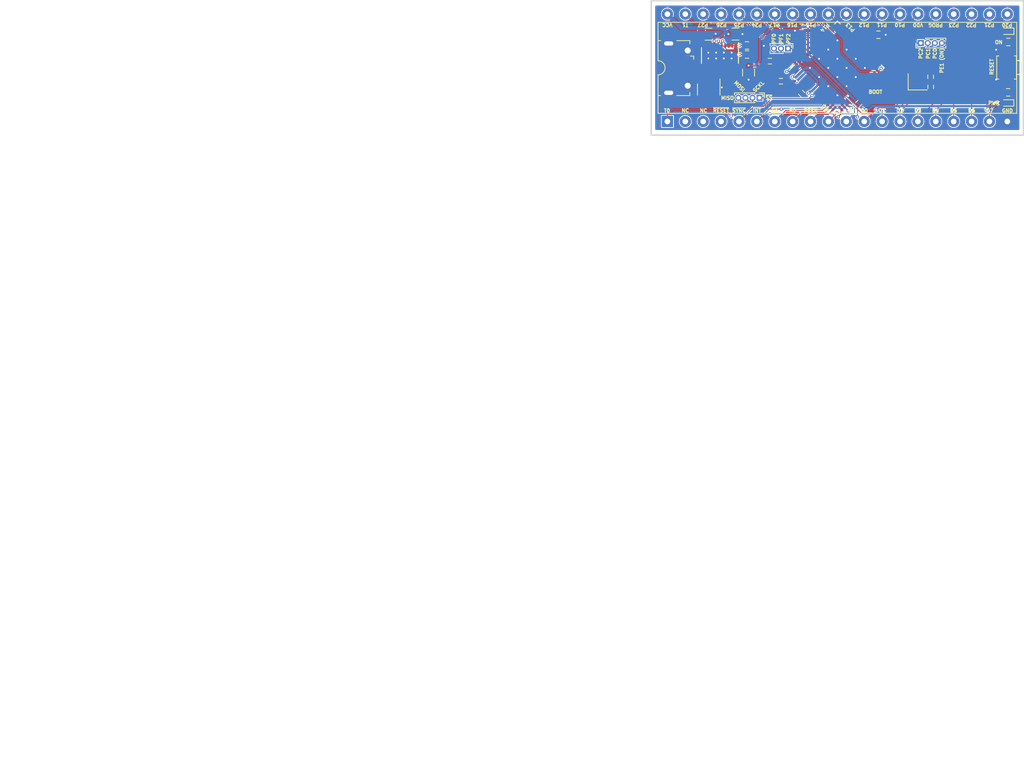
<source format=kicad_pcb>
(kicad_pcb (version 4) (host pcbnew 4.0.7)
  (layers (0 F.Cu signal) (31 B.Cu signal) (35 F.Paste user) (37 F.SilkS user) (39 F.Mask user) (44 Edge.Cuts user))
  (net 0 "")
  (net 1 VBUS)
  (net 2 GNDD)
  (net 3 "Net-(C4-Pad1)")
  (net 4 +5VD)
  (net 5 /~RESET)
  (net 6 /EA)
  (net 7 /VDD)
  (net 8 /PROG)
  (net 9 /T0)
  (net 10 /P20)
  (net 11 /P21)
  (net 12 /P22)
  (net 13 /P23)
  (net 14 /~SS)
  (net 15 /~INT)
  (net 16 /P10)
  (net 17 /~RD)
  (net 18 /P11)
  (net 19 /~PSEN)
  (net 20 /P12)
  (net 21 /~WR)
  (net 22 /P13)
  (net 23 /ALE)
  (net 24 /P14)
  (net 25 /D0)
  (net 26 /P15)
  (net 27 /D1)
  (net 28 /P16)
  (net 29 /D2)
  (net 30 /P17)
  (net 31 /D3)
  (net 32 /P24)
  (net 33 /D4)
  (net 34 /P25)
  (net 35 /D5)
  (net 36 /P26)
  (net 37 /D6)
  (net 38 /P27)
  (net 39 /D7)
  (net 40 /T1)
  (net 41 /D-)
  (net 42 /D+)
  (net 43 /XTAL+)
  (net 44 /XTAL-)
  (net 45 /DI+)
  (net 46 /DI-)
  (net 47 /SCLK)
  (net 48 /MOSI)
  (net 49 /MISO)
  (net 50 /~SYNC)
  (net 51 "Net-(R1-Pad1)")
  (net 52 "Net-(J5-Pad1)")
  (net 53 "Net-(J5-Pad2)")
  (net 54 VCC)
  (net 55 "Net-(R2-Pad2)")
  (net 56 "Net-(R3-Pad2)")
  (net 57 "Net-(SW1-Pad1)")
  (net 58 "Net-(J4-Pad1)")
  (net 59 "Net-(J4-Pad2)")
  (net 60 "Net-(J4-Pad3)")
  (net 61 "Net-(J5-Pad3)")
  (net 62 "Net-(D1-Pad1)")
  (net 63 /ON)
  (net 64 "Net-(D2-Pad1)")
  (net 65 "Net-(C2-Pad2)")
  (module Housings_DFN_QFN:QFN-64-1EP_9x9mm_Pitch0.5mm (layer F.Cu) (at 131.003035 98.958183 45)
    (fp_text reference U5 hide)
    (fp_text value AT90USB1286-AU hide)
    (pad 1 smd rect (at -4.45 -3.75 45) (size 0.85 0.3) (layers F.Cu F.Paste F.Mask) (net 23 /ALE))
    (pad 2 smd rect (at -4.45 -3.25 45) (size 0.85 0.3) (layers F.Cu F.Paste F.Mask) (net 21 /~WR))
    (pad 3 smd rect (at -4.45 -2.75 45) (size 0.85 0.3) (layers F.Cu F.Paste F.Mask) (net 4 +5VD))
    (pad 4 smd rect (at -4.45 -2.25 45) (size 0.85 0.3) (layers F.Cu F.Paste F.Mask) (net 41 /D-))
    (pad 5 smd rect (at -4.45 -1.75 45) (size 0.85 0.3) (layers F.Cu F.Paste F.Mask) (net 42 /D+))
    (pad 6 smd rect (at -4.45 -1.25 45) (size 0.85 0.3) (layers F.Cu F.Paste F.Mask) (net 2 GNDD))
    (pad 7 smd rect (at -4.45 -0.75 45) (size 0.85 0.3) (layers F.Cu F.Paste F.Mask) (net 3 "Net-(C4-Pad1)"))
    (pad 8 smd rect (at -4.45 -0.25 45) (size 0.85 0.3) (layers F.Cu F.Paste F.Mask) (net 4 +5VD))
    (pad 9 smd rect (at -4.45 0.25 45) (size 0.85 0.3) (layers F.Cu F.Paste F.Mask) (net 50 /~SYNC))
    (pad 10 smd rect (at -4.45 0.75 45) (size 0.85 0.3) (layers F.Cu F.Paste F.Mask) (net 14 /~SS))
    (pad 11 smd rect (at -4.45 1.25 45) (size 0.85 0.3) (layers F.Cu F.Paste F.Mask) (net 47 /SCLK))
    (pad 12 smd rect (at -4.45 1.75 45) (size 0.85 0.3) (layers F.Cu F.Paste F.Mask) (net 48 /MOSI))
    (pad 13 smd rect (at -4.45 2.25 45) (size 0.85 0.3) (layers F.Cu F.Paste F.Mask) (net 49 /MISO))
    (pad 14 smd rect (at -4.45 2.75 45) (size 0.85 0.3) (layers F.Cu F.Paste F.Mask) (net 6 /EA))
    (pad 15 smd rect (at -4.45 3.25 45) (size 0.85 0.3) (layers F.Cu F.Paste F.Mask) (net 17 /~RD))
    (pad 16 smd rect (at -4.45 3.75 45) (size 0.85 0.3) (layers F.Cu F.Paste F.Mask) (net 19 /~PSEN))
    (pad 17 smd rect (at -3.75 4.45 135) (size 0.85 0.3) (layers F.Cu F.Paste F.Mask) (net 9 /T0))
    (pad 18 smd rect (at -3.25 4.45 135) (size 0.85 0.3) (layers F.Cu F.Paste F.Mask) (net 5 /~RESET))
    (pad 19 smd rect (at -2.75 4.45 135) (size 0.85 0.3) (layers F.Cu F.Paste F.Mask) (net 15 /~INT))
    (pad 20 smd rect (at -2.25 4.45 135) (size 0.85 0.3) (layers F.Cu F.Paste F.Mask) (net 57 "Net-(SW1-Pad1)"))
    (pad 21 smd rect (at -1.75 4.45 135) (size 0.85 0.3) (layers F.Cu F.Paste F.Mask) (net 4 +5VD))
    (pad 22 smd rect (at -1.25 4.45 135) (size 0.85 0.3) (layers F.Cu F.Paste F.Mask) (net 2 GNDD))
    (pad 23 smd rect (at -0.75 4.45 135) (size 0.85 0.3) (layers F.Cu F.Paste F.Mask) (net 44 /XTAL-))
    (pad 24 smd rect (at -0.25 4.45 135) (size 0.85 0.3) (layers F.Cu F.Paste F.Mask) (net 43 /XTAL+))
    (pad 25 smd rect (at 0.25 4.45 135) (size 0.85 0.3) (layers F.Cu F.Paste F.Mask) (net 25 /D0))
    (pad 26 smd rect (at 0.75 4.45 135) (size 0.85 0.3) (layers F.Cu F.Paste F.Mask) (net 27 /D1))
    (pad 27 smd rect (at 1.25 4.45 135) (size 0.85 0.3) (layers F.Cu F.Paste F.Mask) (net 29 /D2))
    (pad 28 smd rect (at 1.75 4.45 135) (size 0.85 0.3) (layers F.Cu F.Paste F.Mask) (net 31 /D3))
    (pad 29 smd rect (at 2.25 4.45 135) (size 0.85 0.3) (layers F.Cu F.Paste F.Mask) (net 33 /D4))
    (pad 30 smd rect (at 2.75 4.45 135) (size 0.85 0.3) (layers F.Cu F.Paste F.Mask) (net 35 /D5))
    (pad 31 smd rect (at 3.25 4.45 135) (size 0.85 0.3) (layers F.Cu F.Paste F.Mask) (net 37 /D6))
    (pad 32 smd rect (at 3.75 4.45 135) (size 0.85 0.3) (layers F.Cu F.Paste F.Mask) (net 40 /T1))
    (pad 33 smd rect (at 4.45 3.75 45) (size 0.85 0.3) (layers F.Cu F.Paste F.Mask) (net 39 /D7))
    (pad 34 smd rect (at 4.45 3.25 45) (size 0.85 0.3) (layers F.Cu F.Paste F.Mask) (net 63 /ON))
    (pad 35 smd rect (at 4.45 2.75 45) (size 0.85 0.3) (layers F.Cu F.Paste F.Mask) (net 61 "Net-(J5-Pad3)"))
    (pad 36 smd rect (at 4.45 2.25 45) (size 0.85 0.3) (layers F.Cu F.Paste F.Mask) (net 53 "Net-(J5-Pad2)"))
    (pad 37 smd rect (at 4.45 1.75 45) (size 0.85 0.3) (layers F.Cu F.Paste F.Mask) (net 52 "Net-(J5-Pad1)"))
    (pad 38 smd rect (at 4.45 1.25 45) (size 0.85 0.3) (layers F.Cu F.Paste F.Mask) (net 10 /P20))
    (pad 39 smd rect (at 4.45 0.75 45) (size 0.85 0.3) (layers F.Cu F.Paste F.Mask) (net 11 /P21))
    (pad 40 smd rect (at 4.45 0.25 45) (size 0.85 0.3) (layers F.Cu F.Paste F.Mask) (net 12 /P22))
    (pad 41 smd rect (at 4.45 -0.25 45) (size 0.85 0.3) (layers F.Cu F.Paste F.Mask) (net 13 /P23))
    (pad 42 smd rect (at 4.45 -0.75 45) (size 0.85 0.3) (layers F.Cu F.Paste F.Mask) (net 8 /PROG))
    (pad 43 smd rect (at 4.45 -1.25 45) (size 0.85 0.3) (layers F.Cu F.Paste F.Mask) (net 51 "Net-(R1-Pad1)"))
    (pad 44 smd rect (at 4.45 -1.75 45) (size 0.85 0.3) (layers F.Cu F.Paste F.Mask) (net 7 /VDD))
    (pad 45 smd rect (at 4.45 -2.25 45) (size 0.85 0.3) (layers F.Cu F.Paste F.Mask) (net 16 /P10))
    (pad 46 smd rect (at 4.45 -2.75 45) (size 0.85 0.3) (layers F.Cu F.Paste F.Mask) (net 18 /P11))
    (pad 47 smd rect (at 4.45 -3.25 45) (size 0.85 0.3) (layers F.Cu F.Paste F.Mask) (net 20 /P12))
    (pad 48 smd rect (at 4.45 -3.75 45) (size 0.85 0.3) (layers F.Cu F.Paste F.Mask) (net 22 /P13))
    (pad 49 smd rect (at 3.75 -4.45 135) (size 0.85 0.3) (layers F.Cu F.Paste F.Mask) (net 24 /P14))
    (pad 50 smd rect (at 3.25 -4.45 135) (size 0.85 0.3) (layers F.Cu F.Paste F.Mask) (net 26 /P15))
    (pad 51 smd rect (at 2.75 -4.45 135) (size 0.85 0.3) (layers F.Cu F.Paste F.Mask) (net 28 /P16))
    (pad 52 smd rect (at 2.25 -4.45 135) (size 0.85 0.3) (layers F.Cu F.Paste F.Mask) (net 4 +5VD))
    (pad 53 smd rect (at 1.75 -4.45 135) (size 0.85 0.3) (layers F.Cu F.Paste F.Mask) (net 2 GNDD))
    (pad 54 smd rect (at 1.25 -4.45 135) (size 0.85 0.3) (layers F.Cu F.Paste F.Mask) (net 30 /P17))
    (pad 55 smd rect (at 0.75 -4.45 135) (size 0.85 0.3) (layers F.Cu F.Paste F.Mask) (net 32 /P24))
    (pad 56 smd rect (at 0.25 -4.45 135) (size 0.85 0.3) (layers F.Cu F.Paste F.Mask) (net 34 /P25))
    (pad 57 smd rect (at -0.25 -4.45 135) (size 0.85 0.3) (layers F.Cu F.Paste F.Mask) (net 36 /P26))
    (pad 58 smd rect (at -0.75 -4.45 135) (size 0.85 0.3) (layers F.Cu F.Paste F.Mask) (net 38 /P27))
    (pad 59 smd rect (at -1.25 -4.45 135) (size 0.85 0.3) (layers F.Cu F.Paste F.Mask) (net 58 "Net-(J4-Pad1)"))
    (pad 60 smd rect (at -1.75 -4.45 135) (size 0.85 0.3) (layers F.Cu F.Paste F.Mask) (net 59 "Net-(J4-Pad2)"))
    (pad 61 smd rect (at -2.25 -4.45 135) (size 0.85 0.3) (layers F.Cu F.Paste F.Mask) (net 60 "Net-(J4-Pad3)"))
    (pad 62 smd rect (at -2.75 -4.45 135) (size 0.85 0.3) (layers F.Cu F.Paste F.Mask) (net 2 GNDD))
    (pad 63 smd rect (at -3.25 -4.45 135) (size 0.85 0.3) (layers F.Cu F.Paste F.Mask) (net 2 GNDD))
    (pad 64 smd rect (at -3.75 -4.45 135) (size 0.85 0.3) (layers F.Cu F.Paste F.Mask) (net 4 +5VD))
    (pad 65 smd rect (at 2.75625 2.75625 45) (size 1.8375 1.8375) (layers F.Cu F.Paste F.Mask) (net 2 GNDD))
    (pad 65 smd rect (at 2.75625 0.918749 45) (size 1.8375 1.8375) (layers F.Cu F.Paste F.Mask) (net 2 GNDD))
    (pad 65 smd rect (at 2.75625 -0.918749 45) (size 1.8375 1.8375) (layers F.Cu F.Paste F.Mask) (net 2 GNDD))
    (pad 65 smd rect (at 2.75625 -2.75625 45) (size 1.8375 1.8375) (layers F.Cu F.Paste F.Mask) (net 2 GNDD))
    (pad 65 smd rect (at 0.918749 2.75625 45) (size 1.8375 1.8375) (layers F.Cu F.Paste F.Mask) (net 2 GNDD))
    (pad 65 smd rect (at 0.91875 0.91875 45) (size 1.8375 1.8375) (layers F.Cu F.Paste F.Mask) (net 2 GNDD))
    (pad 65 smd rect (at 0.91875 -0.91875 45) (size 1.8375 1.8375) (layers F.Cu F.Paste F.Mask) (net 2 GNDD))
    (pad 65 smd rect (at 0.918749 -2.75625 45) (size 1.8375 1.8375) (layers F.Cu F.Paste F.Mask) (net 2 GNDD))
    (pad 65 smd rect (at -0.918749 2.75625 45) (size 1.8375 1.8375) (layers F.Cu F.Paste F.Mask) (net 2 GNDD))
    (pad 65 smd rect (at -0.91875 0.91875 45) (size 1.8375 1.8375) (layers F.Cu F.Paste F.Mask) (net 2 GNDD))
    (pad 65 smd rect (at -0.91875 -0.91875 45) (size 1.8375 1.8375) (layers F.Cu F.Paste F.Mask) (net 2 GNDD))
    (pad 65 smd rect (at -0.918749 -2.75625 45) (size 1.8375 1.8375) (layers F.Cu F.Paste F.Mask) (net 2 GNDD))
    (pad 65 smd rect (at -2.75625 2.75625 45) (size 1.8375 1.8375) (layers F.Cu F.Paste F.Mask) (net 2 GNDD))
    (pad 65 smd rect (at -2.75625 0.918749 45) (size 1.8375 1.8375) (layers F.Cu F.Paste F.Mask) (net 2 GNDD))
    (pad 65 smd rect (at -2.75625 -0.918749 45) (size 1.8375 1.8375) (layers F.Cu F.Paste F.Mask) (net 2 GNDD))
    (pad 65 smd rect (at -2.75625 -2.75625 45) (size 1.8375 1.8375) (layers F.Cu F.Paste F.Mask) (net 2 GNDD))
  )
  (module Housings_DIP:DIP-40_W15.24mm (layer F.Cu) (at 106.867955 106.562943 90)
    (fp_text reference J2 hide)
    (fp_text value "MCS-48 PINS" hide)
    (pad 1 thru_hole rect (at 0 0 90) (size 1.6 1.6) (drill 0.8) (layers *.Cu *.Mask) (net 9 /T0))
    (pad 21 thru_hole oval (at 15.24 48.26 90) (size 1.6 1.6) (drill 0.8) (layers *.Cu *.Mask) (net 10 /P20))
    (pad 2 thru_hole oval (at 0 2.54 90) (size 1.6 1.6) (drill 0.8) (layers *.Cu *.Mask))
    (pad 22 thru_hole oval (at 15.24 45.72 90) (size 1.6 1.6) (drill 0.8) (layers *.Cu *.Mask) (net 11 /P21))
    (pad 3 thru_hole oval (at 0 5.08 90) (size 1.6 1.6) (drill 0.8) (layers *.Cu *.Mask))
    (pad 23 thru_hole oval (at 15.24 43.18 90) (size 1.6 1.6) (drill 0.8) (layers *.Cu *.Mask) (net 12 /P22))
    (pad 4 thru_hole oval (at 0 7.62 90) (size 1.6 1.6) (drill 0.8) (layers *.Cu *.Mask) (net 5 /~RESET))
    (pad 24 thru_hole oval (at 15.24 40.64 90) (size 1.6 1.6) (drill 0.8) (layers *.Cu *.Mask) (net 13 /P23))
    (pad 5 thru_hole oval (at 0 10.16 90) (size 1.6 1.6) (drill 0.8) (layers *.Cu *.Mask) (net 50 /~SYNC))
    (pad 25 thru_hole oval (at 15.24 38.1 90) (size 1.6 1.6) (drill 0.8) (layers *.Cu *.Mask) (net 8 /PROG))
    (pad 6 thru_hole oval (at 0 12.7 90) (size 1.6 1.6) (drill 0.8) (layers *.Cu *.Mask) (net 15 /~INT))
    (pad 26 thru_hole oval (at 15.24 35.56 90) (size 1.6 1.6) (drill 0.8) (layers *.Cu *.Mask) (net 7 /VDD))
    (pad 7 thru_hole oval (at 0 15.24 90) (size 1.6 1.6) (drill 0.8) (layers *.Cu *.Mask) (net 6 /EA))
    (pad 27 thru_hole oval (at 15.24 33.02 90) (size 1.6 1.6) (drill 0.8) (layers *.Cu *.Mask) (net 16 /P10))
    (pad 8 thru_hole oval (at 0 17.78 90) (size 1.6 1.6) (drill 0.8) (layers *.Cu *.Mask) (net 17 /~RD))
    (pad 28 thru_hole oval (at 15.24 30.48 90) (size 1.6 1.6) (drill 0.8) (layers *.Cu *.Mask) (net 18 /P11))
    (pad 9 thru_hole oval (at 0 20.32 90) (size 1.6 1.6) (drill 0.8) (layers *.Cu *.Mask) (net 19 /~PSEN))
    (pad 29 thru_hole oval (at 15.24 27.94 90) (size 1.6 1.6) (drill 0.8) (layers *.Cu *.Mask) (net 20 /P12))
    (pad 10 thru_hole oval (at 0 22.86 90) (size 1.6 1.6) (drill 0.8) (layers *.Cu *.Mask) (net 21 /~WR))
    (pad 30 thru_hole oval (at 15.24 25.4 90) (size 1.6 1.6) (drill 0.8) (layers *.Cu *.Mask) (net 22 /P13))
    (pad 11 thru_hole oval (at 0 25.4 90) (size 1.6 1.6) (drill 0.8) (layers *.Cu *.Mask) (net 23 /ALE))
    (pad 31 thru_hole oval (at 15.24 22.86 90) (size 1.6 1.6) (drill 0.8) (layers *.Cu *.Mask) (net 24 /P14))
    (pad 12 thru_hole oval (at 0 27.94 90) (size 1.6 1.6) (drill 0.8) (layers *.Cu *.Mask) (net 25 /D0))
    (pad 32 thru_hole oval (at 15.24 20.32 90) (size 1.6 1.6) (drill 0.8) (layers *.Cu *.Mask) (net 26 /P15))
    (pad 13 thru_hole oval (at 0 30.48 90) (size 1.6 1.6) (drill 0.8) (layers *.Cu *.Mask) (net 27 /D1))
    (pad 33 thru_hole oval (at 15.24 17.78 90) (size 1.6 1.6) (drill 0.8) (layers *.Cu *.Mask) (net 28 /P16))
    (pad 14 thru_hole oval (at 0 33.02 90) (size 1.6 1.6) (drill 0.8) (layers *.Cu *.Mask) (net 29 /D2))
    (pad 34 thru_hole oval (at 15.24 15.24 90) (size 1.6 1.6) (drill 0.8) (layers *.Cu *.Mask) (net 30 /P17))
    (pad 15 thru_hole oval (at 0 35.56 90) (size 1.6 1.6) (drill 0.8) (layers *.Cu *.Mask) (net 31 /D3))
    (pad 35 thru_hole oval (at 15.24 12.7 90) (size 1.6 1.6) (drill 0.8) (layers *.Cu *.Mask) (net 32 /P24))
    (pad 16 thru_hole oval (at 0 38.1 90) (size 1.6 1.6) (drill 0.8) (layers *.Cu *.Mask) (net 33 /D4))
    (pad 36 thru_hole oval (at 15.24 10.16 90) (size 1.6 1.6) (drill 0.8) (layers *.Cu *.Mask) (net 34 /P25))
    (pad 17 thru_hole oval (at 0 40.64 90) (size 1.6 1.6) (drill 0.8) (layers *.Cu *.Mask) (net 35 /D5))
    (pad 37 thru_hole oval (at 15.24 7.62 90) (size 1.6 1.6) (drill 0.8) (layers *.Cu *.Mask) (net 36 /P26))
    (pad 18 thru_hole oval (at 0 43.18 90) (size 1.6 1.6) (drill 0.8) (layers *.Cu *.Mask) (net 37 /D6))
    (pad 38 thru_hole oval (at 15.24 5.08 90) (size 1.6 1.6) (drill 0.8) (layers *.Cu *.Mask) (net 38 /P27))
    (pad 19 thru_hole oval (at 0 45.72 90) (size 1.6 1.6) (drill 0.8) (layers *.Cu *.Mask) (net 39 /D7))
    (pad 39 thru_hole oval (at 15.24 2.54 90) (size 1.6 1.6) (drill 0.8) (layers *.Cu *.Mask) (net 40 /T1))
    (pad 20 thru_hole oval (at 0 48.26 90) (size 1.6 1.6) (drill 0.8) (layers *.Cu *.Mask) (net 2 GNDD))
    (pad 40 thru_hole oval (at 15.24 0 90) (size 1.6 1.6) (drill 0.8) (layers *.Cu *.Mask) (net 54 VCC))
  )
  (module Capacitors_SMD:C_0805 (layer F.Cu) (at 118.39448 99.62388 270)
    (fp_text reference C10 hide)
    (fp_text value 100u hide)
    (pad 1 smd rect (at -1 0 270) (size 1 1.25) (layers F.Cu F.Paste F.Mask) (net 4 +5VD))
    (pad 2 smd rect (at 1 0 270) (size 1 1.25) (layers F.Cu F.Paste F.Mask) (net 2 GNDD))
  )
  (module Housings_DFN_QFN:DFN-16-1EP_3x5mm_Pitch0.5mm (layer F.Cu) (at 114.330475 97.200503 270)
    (fp_text reference U1 hide)
    (fp_text value LTC4415 hide)
    (pad 1 smd rect (at -1.425 -1.75 270) (size 0.65 0.25) (layers F.Cu F.Paste F.Mask) (net 54 VCC))
    (pad 2 smd rect (at -1.425 -1.25 270) (size 0.65 0.25) (layers F.Cu F.Paste F.Mask) (net 54 VCC))
    (pad 3 smd rect (at -1.425 -0.75 270) (size 0.65 0.25) (layers F.Cu F.Paste F.Mask) (net 54 VCC))
    (pad 4 smd rect (at -1.425 -0.25 270) (size 0.65 0.25) (layers F.Cu F.Paste F.Mask) (net 55 "Net-(R2-Pad2)"))
    (pad 5 smd rect (at -1.425 0.25 270) (size 0.65 0.25) (layers F.Cu F.Paste F.Mask) (net 56 "Net-(R3-Pad2)"))
    (pad 6 smd rect (at -1.425 0.75 270) (size 0.65 0.25) (layers F.Cu F.Paste F.Mask) (net 54 VCC))
    (pad 7 smd rect (at -1.425 1.25 270) (size 0.65 0.25) (layers F.Cu F.Paste F.Mask) (net 1 VBUS))
    (pad 8 smd rect (at -1.425 1.75 270) (size 0.65 0.25) (layers F.Cu F.Paste F.Mask) (net 1 VBUS))
    (pad 9 smd rect (at 1.425 1.75 270) (size 0.65 0.25) (layers F.Cu F.Paste F.Mask) (net 4 +5VD))
    (pad 10 smd rect (at 1.425 1.25 270) (size 0.65 0.25) (layers F.Cu F.Paste F.Mask) (net 4 +5VD))
    (pad 11 smd rect (at 1.425 0.75 270) (size 0.65 0.25) (layers F.Cu F.Paste F.Mask) (net 2 GNDD))
    (pad 12 smd rect (at 1.425 0.25 270) (size 0.65 0.25) (layers F.Cu F.Paste F.Mask) (net 2 GNDD))
    (pad 13 smd rect (at 1.425 -0.25 270) (size 0.65 0.25) (layers F.Cu F.Paste F.Mask) (net 2 GNDD))
    (pad 14 smd rect (at 1.425 -0.75 270) (size 0.65 0.25) (layers F.Cu F.Paste F.Mask) (net 2 GNDD))
    (pad 15 smd rect (at 1.425 -1.25 270) (size 0.65 0.25) (layers F.Cu F.Paste F.Mask) (net 4 +5VD))
    (pad 16 smd rect (at 1.425 -1.75 270) (size 0.65 0.25) (layers F.Cu F.Paste F.Mask) (net 4 +5VD))
    (pad 17 smd rect (at 0.415 1.65 270) (size 0.83 1.1) (layers F.Cu F.Paste F.Mask) (net 2 GNDD))
    (pad 17 smd rect (at 0.415 0.55 270) (size 0.83 1.1) (layers F.Cu F.Paste F.Mask) (net 2 GNDD))
    (pad 17 smd rect (at 0.415 -0.55 270) (size 0.83 1.1) (layers F.Cu F.Paste F.Mask) (net 2 GNDD))
    (pad 17 smd rect (at 0.415 -1.65 270) (size 0.83 1.1) (layers F.Cu F.Paste F.Mask) (net 2 GNDD))
    (pad 17 smd rect (at -0.415 1.65 270) (size 0.83 1.1) (layers F.Cu F.Paste F.Mask) (net 2 GNDD))
    (pad 17 smd rect (at -0.415 0.55 270) (size 0.83 1.1) (layers F.Cu F.Paste F.Mask) (net 2 GNDD))
    (pad 17 smd rect (at -0.415 -0.55 270) (size 0.83 1.1) (layers F.Cu F.Paste F.Mask) (net 2 GNDD))
    (pad 17 smd rect (at -0.415 -1.65 270) (size 0.83 1.1) (layers F.Cu F.Paste F.Mask) (net 2 GNDD))
  )
  (module Resistors_SMD:R_0402 (layer F.Cu) (at 118.16376 95.77324 180)
    (fp_text reference R2 hide)
    (fp_text value 1K hide)
    (pad 1 smd rect (at -0.45 0 180) (size 0.4 0.6) (layers F.Cu F.Paste F.Mask) (net 2 GNDD))
    (pad 2 smd rect (at 0.45 0 180) (size 0.4 0.6) (layers F.Cu F.Paste F.Mask) (net 55 "Net-(R2-Pad2)"))
  )
  (module Housings_SSOP:TSOP-6_1.65x3.05mm_Pitch0.95mm (layer F.Cu) (at 112.735355 102.036663 270)
    (fp_text reference U2 hide)
    (fp_text value STF202-22 hide)
    (pad 1 smd rect (at -1.16 -0.95 270) (size 0.7 0.51) (layers F.Cu F.Paste F.Mask) (net 4 +5VD))
    (pad 2 smd rect (at -1.16 0 270) (size 0.7 0.51) (layers F.Cu F.Paste F.Mask) (net 46 /DI-))
    (pad 3 smd rect (at -1.16 0.95 270) (size 0.7 0.51) (layers F.Cu F.Paste F.Mask) (net 45 /DI+))
    (pad 4 smd rect (at 1.16 0.95 270) (size 0.7 0.51) (layers F.Cu F.Paste F.Mask) (net 42 /D+))
    (pad 5 smd rect (at 1.16 0 270) (size 0.7 0.51) (layers F.Cu F.Paste F.Mask) (net 41 /D-))
    (pad 6 smd rect (at 1.16 -0.95 270) (size 0.7 0.51) (layers F.Cu F.Paste F.Mask) (net 2 GNDD))
  )
  (module Buttons_Switches_SMD:SW_SPST_B3U-3000P (layer F.Cu) (at 155.021275 98.902303 270)
    (fp_text reference SW1 hide)
    (fp_text value SW_SPST hide)
    (pad 1 smd rect (at -1.7 0 270) (size 0.9 1.7) (layers F.Cu F.Paste F.Mask) (net 57 "Net-(SW1-Pad1)"))
    (pad 2 smd rect (at 1.7 0 270) (size 0.9 1.7) (layers F.Cu F.Paste F.Mask) (net 2 GNDD))
  )
  (module Connectors_USB:USB_Micro-B_Molex-105017-0001 (layer F.Cu) (at 107.401355 98.988663 270)
    (fp_text reference J1 hide)
    (fp_text value USB_OTG hide)
    (pad 6 smd rect (at 1 0.35 270) (size 1.5 1.9) (layers F.Cu F.Paste F.Mask) (net 2 GNDD))
    (pad 6 thru_hole circle (at -2.5 -2.35 270) (size 1.45 1.45) (drill 0.85) (layers *.Cu *.Mask) (net 2 GNDD))
    (pad 2 smd rect (at -0.65 -2.35 270) (size 0.4 1.35) (layers F.Cu F.Paste F.Mask) (net 46 /DI-))
    (pad 1 smd rect (at -1.3 -2.35 270) (size 0.4 1.35) (layers F.Cu F.Paste F.Mask) (net 1 VBUS))
    (pad 5 smd rect (at 1.3 -2.35 270) (size 0.4 1.35) (layers F.Cu F.Paste F.Mask) (net 2 GNDD))
    (pad 4 smd rect (at 0.65 -2.35 270) (size 0.4 1.35) (layers F.Cu F.Paste F.Mask))
    (pad 3 smd rect (at 0 -2.35 270) (size 0.4 1.35) (layers F.Cu F.Paste F.Mask) (net 45 /DI+))
    (pad 6 thru_hole circle (at 2.5 -2.35 270) (size 1.45 1.45) (drill 0.85) (layers *.Cu *.Mask) (net 2 GNDD))
    (pad 6 smd rect (at -1 0.35 270) (size 1.5 1.9) (layers F.Cu F.Paste F.Mask) (net 2 GNDD))
    (pad 6 thru_hole oval (at -3.5 0.35 90) (size 1.2 1.9) (drill oval 0.6 1.3) (layers *.Cu *.Mask) (net 2 GNDD))
    (pad 6 thru_hole oval (at 3.5 0.35 270) (size 1.2 1.9) (drill oval 0.6 1.3) (layers *.Cu *.Mask) (net 2 GNDD))
    (pad 6 smd rect (at 2.9 0.35 270) (size 1.2 1.9) (layers F.Cu F.Mask) (net 2 GNDD))
    (pad 6 smd rect (at -2.9 0.35 270) (size 1.2 1.9) (layers F.Cu F.Mask) (net 2 GNDD))
  )
  (module Pin_Headers:Pin_Header_Straight_1x04_Pitch1.00mm (layer F.Cu) (at 142.83004 95.4278 90)
    (fp_text reference J5 hide)
    (fp_text value EXT1 hide)
    (pad 1 thru_hole rect (at 0 0 90) (size 0.85 0.85) (drill 0.5) (layers *.Cu *.Mask) (net 52 "Net-(J5-Pad1)"))
    (pad 2 thru_hole oval (at 0 1 90) (size 0.85 0.85) (drill 0.5) (layers *.Cu *.Mask) (net 53 "Net-(J5-Pad2)"))
    (pad 3 thru_hole oval (at 0 2 90) (size 0.85 0.85) (drill 0.5) (layers *.Cu *.Mask) (net 61 "Net-(J5-Pad3)"))
    (pad 4 thru_hole oval (at 0 3 90) (size 0.85 0.85) (drill 0.5) (layers *.Cu *.Mask) (net 63 /ON))
  )
  (module Capacitors_SMD:C_0201 (layer F.Cu) (at 122.97664 100.84816 180)
    (fp_text reference C6 hide)
    (fp_text value 0u1 hide)
    (pad 1 smd rect (at -0.28 0 180) (size 0.3 0.35) (layers F.Cu F.Paste F.Mask) (net 4 +5VD))
    (pad 2 smd rect (at 0.28 0 180) (size 0.3 0.35) (layers F.Cu F.Paste F.Mask) (net 2 GNDD))
  )
  (module Capacitors_SMD:C_0201 (layer F.Cu) (at 121.411995 97.998063 180)
    (fp_text reference C7 hide)
    (fp_text value 0u1 hide)
    (pad 1 smd rect (at -0.28 0 180) (size 0.3 0.35) (layers F.Cu F.Paste F.Mask) (net 4 +5VD))
    (pad 2 smd rect (at 0.28 0 180) (size 0.3 0.35) (layers F.Cu F.Paste F.Mask) (net 2 GNDD))
  )
  (module Crystals:Crystal_SMD_2016-4pin_2.0x1.6mm (layer F.Cu) (at 142.397475 100.934303)
    (fp_text reference Y1 hide)
    (fp_text value 16Mhz hide)
    (pad 1 smd rect (at -0.7 0.55) (size 0.9 0.8) (layers F.Cu F.Paste F.Mask) (net 44 /XTAL-))
    (pad 2 smd rect (at 0.7 0.55) (size 0.9 0.8) (layers F.Cu F.Paste F.Mask) (net 2 GNDD))
    (pad 3 smd rect (at 0.7 -0.55) (size 0.9 0.8) (layers F.Cu F.Paste F.Mask) (net 2 GNDD))
    (pad 4 smd rect (at -0.7 -0.55) (size 0.9 0.8) (layers F.Cu F.Paste F.Mask) (net 65 "Net-(C2-Pad2)"))
  )
  (module Pin_Headers:Pin_Header_Straight_1x04_Pitch1.00mm (layer F.Cu) (at 119.94312 103.2002 270)
    (fp_text reference J3 hide)
    (fp_text value SPI hide)
    (pad 1 thru_hole rect (at 0 0 270) (size 0.85 0.85) (drill 0.5) (layers *.Cu *.Mask) (net 14 /~SS))
    (pad 2 thru_hole oval (at 0 1 270) (size 0.85 0.85) (drill 0.5) (layers *.Cu *.Mask) (net 47 /SCLK))
    (pad 3 thru_hole oval (at 0 2 270) (size 0.85 0.85) (drill 0.5) (layers *.Cu *.Mask) (net 48 /MOSI))
    (pad 4 thru_hole oval (at 0 3 270) (size 0.85 0.85) (drill 0.5) (layers *.Cu *.Mask) (net 49 /MISO))
  )
  (module Capacitors_SMD:C_0201 (layer F.Cu) (at 125.933065 102.595333 135)
    (fp_text reference C4 hide)
    (fp_text value 1u hide)
    (pad 1 smd rect (at -0.28 0 135) (size 0.3 0.35) (layers F.Cu F.Paste F.Mask) (net 3 "Net-(C4-Pad1)"))
    (pad 2 smd rect (at 0.28 0 135) (size 0.3 0.35) (layers F.Cu F.Paste F.Mask) (net 2 GNDD))
  )
  (module Resistors_SMD:R_0402 (layer F.Cu) (at 136.819635 94.249023)
    (fp_text reference R1 hide)
    (fp_text value 10K hide)
    (pad 1 smd rect (at -0.45 0) (size 0.4 0.6) (layers F.Cu F.Paste F.Mask) (net 51 "Net-(R1-Pad1)"))
    (pad 2 smd rect (at 0.45 0) (size 0.4 0.6) (layers F.Cu F.Paste F.Mask) (net 2 GNDD))
  )
  (module Capacitors_SMD:C_0201 (layer F.Cu) (at 144.236435 100.212943 90)
    (fp_text reference C2 hide)
    (fp_text value 22p hide)
    (pad 1 smd rect (at -0.28 0 90) (size 0.3 0.35) (layers F.Cu F.Paste F.Mask) (net 2 GNDD))
    (pad 2 smd rect (at 0.28 0 90) (size 0.3 0.35) (layers F.Cu F.Paste F.Mask) (net 65 "Net-(C2-Pad2)"))
  )
  (module Capacitors_SMD:C_0201 (layer F.Cu) (at 134.020555 104.012783 45)
    (fp_text reference C5 hide)
    (fp_text value 0u1 hide)
    (pad 1 smd rect (at -0.28 0 45) (size 0.3 0.35) (layers F.Cu F.Paste F.Mask) (net 4 +5VD))
    (pad 2 smd rect (at 0.28 0 45) (size 0.3 0.35) (layers F.Cu F.Paste F.Mask) (net 2 GNDD))
  )
  (module Capacitors_SMD:C_0201 (layer F.Cu) (at 125.892555 93.121263 180)
    (fp_text reference C1 hide)
    (fp_text value 0u1 hide)
    (pad 1 smd rect (at -0.28 0 180) (size 0.3 0.35) (layers F.Cu F.Paste F.Mask) (net 4 +5VD))
    (pad 2 smd rect (at 0.28 0 180) (size 0.3 0.35) (layers F.Cu F.Paste F.Mask) (net 2 GNDD))
  )
  (module Capacitors_SMD:C_0201 (layer F.Cu) (at 144.246595 101.645503 90)
    (fp_text reference C3 hide)
    (fp_text value 22p hide)
    (pad 1 smd rect (at -0.28 0 90) (size 0.3 0.35) (layers F.Cu F.Paste F.Mask) (net 44 /XTAL-))
    (pad 2 smd rect (at 0.28 0 90) (size 0.3 0.35) (layers F.Cu F.Paste F.Mask) (net 2 GNDD))
  )
  (module Resistors_SMD:R_0402 (layer F.Cu) (at 118.17096 97.05848 180)
    (fp_text reference R3 hide)
    (fp_text value 1K hide)
    (pad 1 smd rect (at -0.45 0 180) (size 0.4 0.6) (layers F.Cu F.Paste F.Mask) (net 2 GNDD))
    (pad 2 smd rect (at 0.45 0 180) (size 0.4 0.6) (layers F.Cu F.Paste F.Mask) (net 56 "Net-(R3-Pad2)"))
  )
  (module Pin_Headers:Pin_Header_Straight_1x03_Pitch1.00mm (layer F.Cu) (at 123.996955 96.204823 270)
    (fp_text reference J4 hide)
    (fp_text value EXT2 hide)
    (pad 1 thru_hole rect (at 0 0 270) (size 0.85 0.85) (drill 0.5) (layers *.Cu *.Mask) (net 58 "Net-(J4-Pad1)"))
    (pad 2 thru_hole oval (at 0 1 270) (size 0.85 0.85) (drill 0.5) (layers *.Cu *.Mask) (net 59 "Net-(J4-Pad2)"))
    (pad 3 thru_hole oval (at 0 2 270) (size 0.85 0.85) (drill 0.5) (layers *.Cu *.Mask) (net 60 "Net-(J4-Pad3)"))
  )
  (module LEDs:LED_0402 (layer F.Cu) (at 155.09104 103.93172 180)
    (fp_text reference D1 hide)
    (fp_text value PWR hide)
    (pad 2 smd rect (at 0.55 0) (size 0.6 0.7) (layers F.Cu F.Paste F.Mask) (net 4 +5VD))
    (pad 1 smd rect (at -0.55 0) (size 0.6 0.7) (layers F.Cu F.Paste F.Mask) (net 62 "Net-(D1-Pad1)"))
  )
  (module LEDs:LED_0402 (layer F.Cu) (at 155.10628 93.7514 180)
    (fp_text reference D2 hide)
    (fp_text value PWR hide)
    (pad 2 smd rect (at 0.55 0) (size 0.6 0.7) (layers F.Cu F.Paste F.Mask) (net 63 /ON))
    (pad 1 smd rect (at -0.55 0) (size 0.6 0.7) (layers F.Cu F.Paste F.Mask) (net 64 "Net-(D2-Pad1)"))
  )
  (module Resistors_SMD:R_0402 (layer F.Cu) (at 155.2448 102.43312 180)
    (fp_text reference R4 hide)
    (fp_text value 250 hide)
    (pad 1 smd rect (at -0.45 0 180) (size 0.4 0.6) (layers F.Cu F.Paste F.Mask) (net 2 GNDD))
    (pad 2 smd rect (at 0.45 0 180) (size 0.4 0.6) (layers F.Cu F.Paste F.Mask) (net 62 "Net-(D1-Pad1)"))
  )
  (module Resistors_SMD:R_0402 (layer F.Cu) (at 155.27316 95.28048 180)
    (fp_text reference R5 hide)
    (fp_text value 250 hide)
    (pad 1 smd rect (at -0.45 0 180) (size 0.4 0.6) (layers F.Cu F.Paste F.Mask) (net 2 GNDD))
    (pad 2 smd rect (at 0.45 0 180) (size 0.4 0.6) (layers F.Cu F.Paste F.Mask) (net 64 "Net-(D2-Pad1)"))
  )
  (module Capacitors_SMD:C_0805 (layer F.Cu) (at 112.70996 94.17304)
    (fp_text reference C8 hide)
    (fp_text value 100u hide)
    (pad 1 smd rect (at -1 0) (size 1 1.25) (layers F.Cu F.Paste F.Mask) (net 1 VBUS))
    (pad 2 smd rect (at 1 0) (size 1 1.25) (layers F.Cu F.Paste F.Mask) (net 2 GNDD))
  )
  (module Capacitors_SMD:C_0805 (layer F.Cu) (at 116.52504 94.1578)
    (fp_text reference C9 hide)
    (fp_text value 100u hide)
    (pad 1 smd rect (at -1 0) (size 1 1.25) (layers F.Cu F.Paste F.Mask) (net 54 VCC))
    (pad 2 smd rect (at 1 0) (size 1 1.25) (layers F.Cu F.Paste F.Mask) (net 2 GNDD))
  )
  (module Resistors_SMD:R_0201_NoSilk (layer F.Cu) (at 136.3666 103.14432 180)
    (fp_text reference JP1 hide)
    (fp_text value BOOT hide)
    (pad 1 smd rect (at -0.26 0 180) (size 0.28 0.43) (layers F.Cu F.Paste F.Mask) (net 65 "Net-(C2-Pad2)"))
    (pad 2 smd rect (at 0.26 0 180) (size 0.28 0.43) (layers F.Cu F.Paste F.Mask) (net 43 /XTAL+))
  )
  (gr_text BOOT (at 136.40308 102.36708) (layer F.SilkS) (effects (font (size 0.5 0.5) (thickness 0.125))))
  (gr_text RESET (at 152.91816 98.806 90) (layer F.SilkS) (effects (font (size 0.5 0.5) (thickness 0.125))))
  (gr_text PWR (at 153.2128 103.94188) (layer F.SilkS) (effects (font (size 0.5 0.5) (thickness 0.125))))
  (gr_text ON (at 153.90368 95.32112 360) (layer F.SilkS) (effects (font (size 0.5 0.5) (thickness 0.125))))
  (gr_text "PE1 (ON)" (at 145.81632 97.92716 90) (layer F.SilkS) (effects (font (size 0.5 0.5) (thickness 0.125))))
  (gr_text PC0 (at 144.84604 96.93148 90) (layer F.SilkS) (effects (font (size 0.5 0.5) (thickness 0.125))))
  (gr_text PC1 (at 143.88592 96.93656 90) (layer F.SilkS) (effects (font (size 0.5 0.5) (thickness 0.125))))
  (gr_text PC2 (at 142.83944 96.94164 90) (layer F.SilkS) (effects (font (size 0.5 0.5) (thickness 0.125))))
  (gr_text PF0 (at 121.9962 94.78772 90) (layer F.SilkS) (effects (font (size 0.5 0.5) (thickness 0.125))))
  (gr_text PF1 (at 123.0122 94.78772 90) (layer F.SilkS) (effects (font (size 0.5 0.5) (thickness 0.125))))
  (gr_text PF2 (at 124.05868 94.7928 90) (layer F.SilkS) (effects (font (size 0.5 0.5) (thickness 0.125))))
  (gr_text ~SS (at 121.27992 103.2256) (layer F.SilkS) (effects (font (size 0.5 0.5) (thickness 0.125))))
  (gr_text SCKL (at 119.81688 101.62032 45) (layer F.SilkS) (effects (font (size 0.5 0.5) (thickness 0.125))))
  (gr_text MOSI (at 117.094 101.57968 315) (layer F.SilkS) (effects (font (size 0.5 0.5) (thickness 0.125))))
  (gr_text MISO (at 115.3922 103.24084) (layer F.SilkS) (effects (font (size 0.5 0.5) (thickness 0.125))))
  (gr_text VCC (at 106.8578 92.85224 180) (layer F.SilkS) (effects (font (size 0.5 0.5) (thickness 0.125))))
  (gr_text T1 (at 109.3978 92.85224 180) (layer F.SilkS) (effects (font (size 0.5 0.5) (thickness 0.125))))
  (gr_text P27 (at 111.9124 92.85224 180) (layer F.SilkS) (effects (font (size 0.5 0.5) (thickness 0.125))))
  (gr_text P26 (at 114.54384 92.85224 180) (layer F.SilkS) (effects (font (size 0.5 0.5) (thickness 0.125))))
  (gr_text P25 (at 117.03304 92.85224 180) (layer F.SilkS) (effects (font (size 0.5 0.5) (thickness 0.125))))
  (gr_text P24 (at 119.56288 92.86748 180) (layer F.SilkS) (effects (font (size 0.5 0.5) (thickness 0.125))))
  (gr_text P17 (at 122.07748 92.85224 180) (layer F.SilkS) (effects (font (size 0.5 0.5) (thickness 0.125))))
  (gr_text P16 (at 124.587 92.85224 180) (layer F.SilkS) (effects (font (size 0.5 0.5) (thickness 0.125))))
  (gr_text P15 (at 127.23368 92.84716 180) (layer F.SilkS) (effects (font (size 0.5 0.5) (thickness 0.125))))
  (gr_text P14 (at 129.19964 93.23324 225) (layer F.SilkS) (effects (font (size 0.5 0.5) (thickness 0.125))))
  (gr_text P13 (at 132.83692 93.19768 135) (layer F.SilkS) (effects (font (size 0.5 0.5) (thickness 0.125))))
  (gr_text P12 (at 134.79272 92.85224 180) (layer F.SilkS) (effects (font (size 0.5 0.5) (thickness 0.125))))
  (gr_text P11 (at 137.30224 92.84716 180) (layer F.SilkS) (effects (font (size 0.5 0.5) (thickness 0.125))))
  (gr_text P10 (at 139.86764 92.84716 180) (layer F.SilkS) (effects (font (size 0.5 0.5) (thickness 0.125))))
  (gr_text VDD (at 142.43304 92.85732 180) (layer F.SilkS) (effects (font (size 0.5 0.5) (thickness 0.125))))
  (gr_text PROG (at 144.94256 92.86748 180) (layer F.SilkS) (effects (font (size 0.5 0.5) (thickness 0.125))))
  (gr_text P23 (at 147.53336 92.86748 180) (layer F.SilkS) (effects (font (size 0.5 0.5) (thickness 0.125))))
  (gr_text P22 (at 150.00732 92.86748 180) (layer F.SilkS) (effects (font (size 0.5 0.5) (thickness 0.125))))
  (gr_text P21 (at 152.55748 92.85732 180) (layer F.SilkS) (effects (font (size 0.5 0.5) (thickness 0.125))))
  (gr_text P20 (at 155.08732 92.85732 180) (layer F.SilkS) (effects (font (size 0.5 0.5) (thickness 0.125))))
  (gr_text GND (at 155.13812 105.029) (layer F.SilkS) (effects (font (size 0.5 0.5) (thickness 0.125))))
  (gr_text D7 (at 152.63368 105.029) (layer F.SilkS) (effects (font (size 0.5 0.5) (thickness 0.125))))
  (gr_text D6 (at 150.06828 105.00868) (layer F.SilkS) (effects (font (size 0.5 0.5) (thickness 0.125))))
  (gr_text D5 (at 147.4978 105.01884) (layer F.SilkS) (effects (font (size 0.5 0.5) (thickness 0.125))))
  (gr_text D4 (at 144.94256 105.01884) (layer F.SilkS) (effects (font (size 0.5 0.5) (thickness 0.125))))
  (gr_text D3 (at 142.42796 105.02392) (layer F.SilkS) (effects (font (size 0.5 0.5) (thickness 0.125))))
  (gr_text D2 (at 139.87272 105.01376) (layer F.SilkS) (effects (font (size 0.5 0.5) (thickness 0.125))))
  (gr_text D1 (at 137.35304 104.99852) (layer F.SilkS) (effects (font (size 0.5 0.5) (thickness 0.125))))
  (gr_text D0 (at 134.8232 105.02392) (layer F.SilkS) (effects (font (size 0.5 0.5) (thickness 0.125))))
  (gr_text ALE (at 133.02488 104.68864 45) (layer F.SilkS) (effects (font (size 0.5 0.5) (thickness 0.125))))
  (gr_text ~WR (at 129.09804 104.79024 315) (layer F.SilkS) (effects (font (size 0.5 0.5) (thickness 0.125))))
  (gr_text ~PSEN (at 127.21336 105.03408) (layer F.SilkS) (effects (font (size 0.5 0.5) (thickness 0.125))))
  (gr_text ~RD (at 124.6632 105.02392) (layer F.SilkS) (effects (font (size 0.5 0.5) (thickness 0.125))))
  (gr_text EA (at 122.11304 105.00868) (layer F.SilkS) (effects (font (size 0.5 0.5) (thickness 0.125))))
  (gr_text ~INT (at 119.59844 105.01376) (layer F.SilkS) (effects (font (size 0.5 0.5) (thickness 0.125))))
  (gr_text ~SYNC (at 117.03812 105.03916) (layer F.SilkS) (effects (font (size 0.5 0.5) (thickness 0.125))))
  (gr_text ~RESET (at 114.48288 105.02392) (layer F.SilkS) (effects (font (size 0.5 0.5) (thickness 0.125))))
  (gr_text NC (at 111.99876 105.02392) (layer F.SilkS) (effects (font (size 0.5 0.5) (thickness 0.125))))
  (gr_text NC (at 109.40796 105.00868) (layer F.SilkS) (effects (font (size 0.5 0.5) (thickness 0.125))))
  (gr_text T0 (at 106.81208 105.03408) (layer F.SilkS) (effects (font (size 0.5 0.5) (thickness 0.125))))
  (gr_line (start 157.406875 89.418423) (end 104.576875 89.418423) (layer Edge.Cuts) (width 0.2))
  (gr_line (start 157.406875 108.498423) (end 157.406875 89.418423) (layer Edge.Cuts) (width 0.2))
  (gr_line (start 104.576875 108.498423) (end 157.406875 108.498423) (layer Edge.Cuts) (width 0.2))
  (gr_line (start 104.576875 108.498423) (end 104.576875 89.418423) (layer Edge.Cuts) (width 0.2))
  (segment (start 111.70996 94.17304) (end 111.70996 96.205058) (width 0.5588) (layer F.Cu) (net 1))
  (segment (start 111.70996 96.205058) (end 110.226355 97.688663) (width 0.5588) (layer F.Cu) (net 1))
  (segment (start 110.226355 97.688663) (end 109.751355 97.688663) (width 0.5588) (layer F.Cu) (net 1))
  (segment (start 112.580475 95.775503) (end 112.580475 95.043555) (width 0.5588) (layer F.Cu) (net 1))
  (segment (start 112.580475 95.043555) (end 111.70996 94.17304) (width 0.5588) (layer F.Cu) (net 1))
  (segment (start 113.080475 95.775503) (end 112.580475 95.775503) (width 0.3048) (layer F.Cu) (net 1))
  (segment (start 130.65557 97.377148) (end 130.65557 97.360008) (width 0.127) (layer F.Cu) (net 2))
  (segment (start 113.482059 93.883765) (end 113.710658 94.112364) (width 0.5588) (layer F.Cu) (net 2))
  (segment (start 112.739933 93.141639) (end 113.482059 93.883765) (width 0.5588) (layer F.Cu) (net 2))
  (segment (start 110.884839 93.141639) (end 112.739933 93.141639) (width 0.5588) (layer F.Cu) (net 2))
  (segment (start 109.751355 94.275123) (end 110.884839 93.141639) (width 0.5588) (layer F.Cu) (net 2))
  (segment (start 109.751355 96.488663) (end 109.751355 94.275123) (width 0.5588) (layer F.Cu) (net 2))
  (segment (start 113.939257 93.883765) (end 113.710658 94.112364) (width 0.5588) (layer F.Cu) (net 2))
  (segment (start 117.52504 94.1578) (end 116.493639 93.126399) (width 0.5588) (layer F.Cu) (net 2))
  (segment (start 114.696623 93.126399) (end 113.939257 93.883765) (width 0.5588) (layer F.Cu) (net 2))
  (segment (start 116.493639 93.126399) (end 114.696623 93.126399) (width 0.5588) (layer F.Cu) (net 2))
  (via (at 113.710658 94.112364) (size 0.4572) (drill 0.254) (layers F.Cu B.Cu) (net 2))
  (segment (start 114.58956 101.72192) (end 114.58956 97.906418) (width 0.5588) (layer B.Cu) (net 2))
  (segment (start 114.58956 97.906418) (end 114.880475 97.615503) (width 0.5588) (layer B.Cu) (net 2))
  (segment (start 122.69664 100.84816) (end 118.61876 100.84816) (width 0.3048) (layer F.Cu) (net 2))
  (segment (start 118.61876 100.84816) (end 118.39448 100.62388) (width 0.3048) (layer F.Cu) (net 2))
  (segment (start 113.685355 103.196663) (end 113.685355 102.626125) (width 0.5588) (layer F.Cu) (net 2))
  (segment (start 113.685355 102.626125) (end 114.58956 101.72192) (width 0.5588) (layer F.Cu) (net 2))
  (via (at 114.58956 101.72192) (size 0.4572) (drill 0.254) (layers F.Cu B.Cu) (net 2))
  (segment (start 120.55856 95.81388) (end 120.55856 97.424628) (width 0.3048) (layer F.Cu) (net 2))
  (segment (start 120.55856 97.424628) (end 121.131995 97.998063) (width 0.3048) (layer F.Cu) (net 2))
  (segment (start 117.52504 94.1578) (end 118.90248 94.1578) (width 0.3048) (layer F.Cu) (net 2))
  (segment (start 118.90248 94.1578) (end 120.55856 95.81388) (width 0.3048) (layer F.Cu) (net 2))
  (segment (start 118.6544 95.81388) (end 118.61376 95.77324) (width 0.3048) (layer F.Cu) (net 2))
  (segment (start 122.69216 93.68028) (end 120.55856 95.81388) (width 0.3048) (layer B.Cu) (net 2))
  (via (at 120.55856 95.81388) (size 0.4572) (drill 0.254) (layers F.Cu B.Cu) (net 2))
  (segment (start 124.97308 93.68028) (end 122.69216 93.68028) (width 0.3048) (layer B.Cu) (net 2))
  (segment (start 125.612555 93.121263) (end 125.532097 93.121263) (width 0.3048) (layer F.Cu) (net 2))
  (segment (start 125.532097 93.121263) (end 124.97308 93.68028) (width 0.3048) (layer F.Cu) (net 2))
  (via (at 124.97308 93.68028) (size 0.4572) (drill 0.254) (layers F.Cu B.Cu) (net 2))
  (segment (start 126.972526 101.220925) (end 126.972526 101.271874) (width 0.3048) (layer F.Cu) (net 2))
  (segment (start 126.972526 101.271874) (end 126.657194 101.587206) (width 0.3048) (layer F.Cu) (net 2))
  (segment (start 126.657194 101.587206) (end 126.505616 101.587206) (width 0.3048) (layer F.Cu) (net 2))
  (segment (start 126.505616 101.587206) (end 125.893701 102.199121) (width 0.3048) (layer F.Cu) (net 2))
  (segment (start 125.893701 102.199121) (end 125.893701 102.294819) (width 0.3048) (layer F.Cu) (net 2))
  (segment (start 125.893701 102.294819) (end 125.791177 102.397343) (width 0.3048) (layer F.Cu) (net 2))
  (segment (start 125.791177 102.397343) (end 125.735075 102.397343) (width 0.3048) (layer F.Cu) (net 2))
  (segment (start 118.745543 100.974943) (end 118.39448 100.62388) (width 0.3048) (layer F.Cu) (net 2))
  (segment (start 117.52504 94.1578) (end 118.61376 95.24652) (width 0.5588) (layer F.Cu) (net 2))
  (segment (start 118.61376 95.24652) (end 118.61376 95.77324) (width 0.5588) (layer F.Cu) (net 2))
  (via (at 117.52504 94.1578) (size 0.4572) (drill 0.254) (layers F.Cu B.Cu) (net 2))
  (via (at 118.39448 100.62388) (size 0.4572) (drill 0.254) (layers F.Cu B.Cu) (net 2))
  (segment (start 118.62096 97.05848) (end 118.62096 95.78044) (width 0.3048) (layer F.Cu) (net 2))
  (segment (start 118.62096 95.78044) (end 118.61376 95.77324) (width 0.3048) (layer F.Cu) (net 2))
  (segment (start 155.127955 102.199435) (end 155.127955 106.562943) (width 0.3048) (layer B.Cu) (net 2))
  (segment (start 153.53792 100.6094) (end 155.127955 102.199435) (width 0.3048) (layer B.Cu) (net 2))
  (segment (start 153.53792 96.37776) (end 153.53792 100.6094) (width 0.3048) (layer B.Cu) (net 2))
  (segment (start 155.021275 100.602303) (end 153.545017 100.602303) (width 0.3048) (layer F.Cu) (net 2))
  (segment (start 153.545017 100.602303) (end 153.53792 100.6094) (width 0.3048) (layer F.Cu) (net 2))
  (via (at 153.53792 100.6094) (size 0.4572) (drill 0.254) (layers F.Cu B.Cu) (net 2))
  (segment (start 155.6948 102.43312) (end 155.6948 101.275828) (width 0.3048) (layer F.Cu) (net 2))
  (segment (start 155.6948 101.275828) (end 155.021275 100.602303) (width 0.3048) (layer F.Cu) (net 2))
  (segment (start 155.72316 95.28048) (end 154.62588 96.37776) (width 0.3048) (layer F.Cu) (net 2))
  (segment (start 154.62588 96.37776) (end 153.53792 96.37776) (width 0.3048) (layer F.Cu) (net 2))
  (via (at 153.53792 96.37776) (size 0.4572) (drill 0.254) (layers F.Cu B.Cu) (net 2))
  (segment (start 125.612555 93.601063) (end 125.668923 93.657431) (width 0.3048) (layer F.Cu) (net 2))
  (segment (start 128.177157 93.657431) (end 129.093847 94.574121) (width 0.3048) (layer F.Cu) (net 2))
  (segment (start 125.668923 93.657431) (end 128.177157 93.657431) (width 0.3048) (layer F.Cu) (net 2))
  (segment (start 125.612555 93.121263) (end 125.612555 93.601063) (width 0.3048) (layer F.Cu) (net 2))
  (segment (start 106.73292 102.807098) (end 107.051355 102.488663) (width 0.3048) (layer F.Cu) (net 2))
  (segment (start 137.857889 94.256037) (end 149.546119 94.256037) (width 0.3048) (layer B.Cu) (net 2))
  (segment (start 151.37892 94.21876) (end 153.53792 96.37776) (width 0.3048) (layer B.Cu) (net 2))
  (segment (start 155.021275 106.456263) (end 155.127955 106.562943) (width 0.127) (layer F.Cu) (net 2))
  (segment (start 149.583396 94.21876) (end 151.37892 94.21876) (width 0.3048) (layer B.Cu) (net 2))
  (segment (start 149.546119 94.256037) (end 149.583396 94.21876) (width 0.3048) (layer B.Cu) (net 2))
  (segment (start 145.074635 101.925385) (end 145.074635 101.713743) (width 0.3048) (layer F.Cu) (net 2))
  (segment (start 145.074635 101.713743) (end 144.726395 101.365503) (width 0.3048) (layer F.Cu) (net 2))
  (segment (start 144.726395 101.365503) (end 144.246595 101.365503) (width 0.3048) (layer F.Cu) (net 2))
  (segment (start 140.385795 102.666583) (end 144.333437 102.666583) (width 0.3048) (layer F.Cu) (net 2))
  (segment (start 144.333437 102.666583) (end 145.074635 101.925385) (width 0.3048) (layer F.Cu) (net 2))
  (segment (start 138.765275 104.287103) (end 140.385795 102.666583) (width 0.3048) (layer F.Cu) (net 2))
  (segment (start 134.929875 104.287103) (end 138.765275 104.287103) (width 0.3048) (layer F.Cu) (net 2))
  (segment (start 134.652019 104.009247) (end 134.929875 104.287103) (width 0.3048) (layer F.Cu) (net 2))
  (segment (start 134.218545 103.814793) (end 134.412999 104.009247) (width 0.3048) (layer F.Cu) (net 2))
  (segment (start 134.412999 104.009247) (end 134.652019 104.009247) (width 0.3048) (layer F.Cu) (net 2))
  (segment (start 114.080475 98.625503) (end 113.580475 98.625503) (width 0.3048) (layer F.Cu) (net 2))
  (segment (start 114.580475 98.625503) (end 114.080475 98.625503) (width 0.3048) (layer F.Cu) (net 2))
  (segment (start 115.080475 98.625503) (end 114.580475 98.625503) (width 0.3048) (layer F.Cu) (net 2))
  (segment (start 115.080475 98.625503) (end 115.080475 97.815503) (width 0.3048) (layer F.Cu) (net 2))
  (segment (start 115.080475 97.815503) (end 114.880475 97.615503) (width 0.3048) (layer F.Cu) (net 2))
  (segment (start 114.580475 98.625503) (end 114.580475 97.915503) (width 0.3048) (layer F.Cu) (net 2))
  (segment (start 114.580475 97.915503) (end 114.880475 97.615503) (width 0.3048) (layer F.Cu) (net 2))
  (segment (start 114.080475 98.625503) (end 114.080475 97.915503) (width 0.3048) (layer F.Cu) (net 2))
  (segment (start 114.080475 97.915503) (end 113.780475 97.615503) (width 0.3048) (layer F.Cu) (net 2))
  (segment (start 113.580475 98.625503) (end 113.580475 97.815503) (width 0.3048) (layer F.Cu) (net 2))
  (segment (start 113.580475 97.815503) (end 113.780475 97.615503) (width 0.3048) (layer F.Cu) (net 2))
  (segment (start 127.105109 98.958183) (end 128.404418 97.658874) (width 0.127) (layer F.Cu) (net 2))
  (segment (start 125.911866 97.76494) (end 127.105109 98.958183) (width 0.3048) (layer F.Cu) (net 2))
  (segment (start 125.911866 97.756101) (end 125.911866 97.76494) (width 0.3048) (layer F.Cu) (net 2))
  (via (at 127.105109 98.958183) (size 0.4572) (drill 0.254) (layers F.Cu B.Cu) (net 2))
  (segment (start 132.302344 96.359566) (end 133.601652 97.658874) (width 0.127) (layer F.Cu) (net 2))
  (segment (start 131.003035 95.060257) (end 132.302344 96.359566) (width 0.127) (layer F.Cu) (net 2))
  (via (at 132.302344 96.359566) (size 0.4572) (drill 0.254) (layers F.Cu B.Cu) (net 2))
  (via (at 132.302344 98.958183) (size 0.4572) (drill 0.254) (layers F.Cu B.Cu) (net 2))
  (segment (start 133.601652 100.257492) (end 132.302344 101.5568) (width 0.127) (layer F.Cu) (net 2))
  (via (at 133.601652 100.257492) (size 0.4572) (drill 0.254) (layers F.Cu B.Cu) (net 2))
  (segment (start 131.003035 97.658874) (end 132.302344 98.958183) (width 0.127) (layer F.Cu) (net 2))
  (segment (start 134.900961 98.958183) (end 133.601652 100.257492) (width 0.127) (layer F.Cu) (net 2))
  (segment (start 132.302344 98.958183) (end 131.003035 100.257492) (width 0.127) (layer F.Cu) (net 2))
  (segment (start 129.703726 96.359566) (end 131.003035 95.060257) (width 0.127) (layer F.Cu) (net 2))
  (via (at 131.003035 95.060257) (size 0.4572) (drill 0.254) (layers F.Cu B.Cu) (net 2))
  (segment (start 129.703726 98.958183) (end 131.003035 97.658874) (width 0.127) (layer F.Cu) (net 2))
  (via (at 131.003035 97.658874) (size 0.4572) (drill 0.254) (layers F.Cu B.Cu) (net 2))
  (segment (start 125.558313 98.109655) (end 124.99232 97.543662) (width 0.3048) (layer F.Cu) (net 2))
  (segment (start 124.99232 97.543662) (end 121.318474 97.543662) (width 0.3048) (layer F.Cu) (net 2))
  (segment (start 121.318474 97.543662) (end 121.131995 97.730141) (width 0.3048) (layer F.Cu) (net 2))
  (segment (start 121.131995 97.730141) (end 121.131995 97.998063) (width 0.3048) (layer F.Cu) (net 2))
  (segment (start 137.850875 94.249023) (end 137.857889 94.256037) (width 0.3048) (layer F.Cu) (net 2))
  (segment (start 134.900961 97.212965) (end 137.857889 94.256037) (width 0.3048) (layer B.Cu) (net 2))
  (segment (start 134.900961 98.958183) (end 134.900961 97.212965) (width 0.3048) (layer B.Cu) (net 2))
  (segment (start 137.269635 94.249023) (end 137.850875 94.249023) (width 0.3048) (layer F.Cu) (net 2))
  (via (at 137.857889 94.256037) (size 0.4572) (drill 0.254) (layers F.Cu B.Cu) (net 2))
  (segment (start 109.751355 100.288663) (end 107.351355 100.288663) (width 0.5588) (layer F.Cu) (net 2))
  (segment (start 107.351355 100.288663) (end 107.051355 99.988663) (width 0.5588) (layer F.Cu) (net 2))
  (segment (start 109.751355 100.288663) (end 109.751355 101.488663) (width 0.5588) (layer F.Cu) (net 2))
  (segment (start 109.751355 101.488663) (end 110.776659 101.488663) (width 0.5588) (layer F.Cu) (net 2))
  (segment (start 110.776659 101.488663) (end 111.309419 102.021423) (width 0.5588) (layer F.Cu) (net 2))
  (segment (start 111.309419 102.021423) (end 112.896637 102.021423) (width 0.5588) (layer F.Cu) (net 2))
  (segment (start 112.896637 102.021423) (end 113.685355 102.810141) (width 0.5588) (layer F.Cu) (net 2))
  (segment (start 113.685355 102.810141) (end 113.685355 103.196663) (width 0.5588) (layer F.Cu) (net 2))
  (segment (start 143.097475 101.484303) (end 143.097475 100.384303) (width 0.3048) (layer F.Cu) (net 2))
  (segment (start 144.236435 100.492943) (end 143.206115 100.492943) (width 0.3048) (layer F.Cu) (net 2))
  (segment (start 143.206115 100.492943) (end 143.097475 100.384303) (width 0.3048) (layer F.Cu) (net 2))
  (segment (start 144.246595 101.365503) (end 143.216275 101.365503) (width 0.3048) (layer F.Cu) (net 2))
  (segment (start 143.216275 101.365503) (end 143.097475 101.484303) (width 0.3048) (layer F.Cu) (net 2))
  (segment (start 144.236435 101.355343) (end 144.246595 101.365503) (width 0.3048) (layer F.Cu) (net 2))
  (segment (start 112.680475 96.785503) (end 110.048195 96.785503) (width 0.5588) (layer B.Cu) (net 2))
  (segment (start 110.048195 96.785503) (end 109.751355 96.488663) (width 0.5588) (layer B.Cu) (net 2))
  (via (at 112.680475 97.615503) (size 0.4572) (drill 0.254) (layers F.Cu B.Cu) (net 2))
  (via (at 113.780475 97.615503) (size 0.4572) (drill 0.254) (layers F.Cu B.Cu) (net 2))
  (via (at 113.780475 96.785503) (size 0.4572) (drill 0.254) (layers F.Cu B.Cu) (net 2))
  (via (at 114.880475 96.785503) (size 0.4572) (drill 0.254) (layers F.Cu B.Cu) (net 2))
  (via (at 114.880475 97.615503) (size 0.4572) (drill 0.254) (layers F.Cu B.Cu) (net 2))
  (via (at 115.980475 97.615503) (size 0.4572) (drill 0.254) (layers F.Cu B.Cu) (net 2))
  (via (at 115.980475 96.785503) (size 0.4572) (drill 0.254) (layers F.Cu B.Cu) (net 2))
  (via (at 131.003035 100.257492) (size 0.4572) (drill 0.254) (layers F.Cu B.Cu) (net 2))
  (via (at 129.703726 98.958183) (size 0.4572) (drill 0.254) (layers F.Cu B.Cu) (net 2))
  (via (at 128.404418 97.658874) (size 0.4572) (drill 0.254) (layers F.Cu B.Cu) (net 2))
  (via (at 129.703726 96.359566) (size 0.4572) (drill 0.254) (layers F.Cu B.Cu) (net 2))
  (via (at 133.601652 97.658874) (size 0.4572) (drill 0.254) (layers F.Cu B.Cu) (net 2))
  (via (at 132.302344 101.5568) (size 0.4572) (drill 0.254) (layers F.Cu B.Cu) (net 2))
  (via (at 131.003035 102.856109) (size 0.4572) (drill 0.254) (layers F.Cu B.Cu) (net 2))
  (via (at 129.703726 101.5568) (size 0.4572) (drill 0.254) (layers F.Cu B.Cu) (net 2))
  (via (at 128.404418 100.257492) (size 0.4572) (drill 0.254) (layers F.Cu B.Cu) (net 2))
  (via (at 134.900961 98.958183) (size 0.4572) (drill 0.254) (layers F.Cu B.Cu) (net 2))
  (segment (start 133.265777 102.988692) (end 132.302344 102.025259) (width 0.3048) (layer F.Cu) (net 2))
  (segment (start 132.302344 102.025259) (end 132.302344 101.5568) (width 0.3048) (layer F.Cu) (net 2))
  (segment (start 129.093847 94.574121) (end 129.703726 95.184) (width 0.3048) (layer F.Cu) (net 2))
  (segment (start 129.703726 95.184) (end 129.703726 96.359566) (width 0.3048) (layer F.Cu) (net 2))
  (segment (start 126.972526 101.220925) (end 127.935959 100.257492) (width 0.3048) (layer F.Cu) (net 2))
  (segment (start 127.935959 100.257492) (end 128.404418 100.257492) (width 0.3048) (layer F.Cu) (net 2))
  (segment (start 128.404418 100.257492) (end 129.124782 99.537127) (width 0.127) (layer F.Cu) (net 2))
  (segment (start 129.124782 99.537127) (end 129.703726 98.958183) (width 0.127) (layer F.Cu) (net 2))
  (segment (start 129.703726 101.5568) (end 128.404418 100.257492) (width 0.127) (layer F.Cu) (net 2))
  (segment (start 131.003035 102.856109) (end 129.703726 101.5568) (width 0.127) (layer F.Cu) (net 2))
  (segment (start 132.302344 101.5568) (end 131.003035 102.856109) (width 0.127) (layer F.Cu) (net 2))
  (segment (start 133.601652 97.658874) (end 134.900961 98.958183) (width 0.127) (layer F.Cu) (net 2))
  (segment (start 128.404418 97.658874) (end 129.703726 96.359566) (width 0.127) (layer F.Cu) (net 2))
  (via (at 112.680475 96.785503) (size 0.4572) (drill 0.254) (layers F.Cu B.Cu) (net 2))
  (segment (start 125.911866 97.756101) (end 125.911866 97.756102) (width 0.3048) (layer F.Cu) (net 2))
  (segment (start 125.911866 97.756102) (end 125.558313 98.109655) (width 0.3048) (layer F.Cu) (net 2))
  (segment (start 134.218545 103.814793) (end 134.091878 103.814793) (width 0.3048) (layer F.Cu) (net 2))
  (segment (start 134.091878 103.814793) (end 133.265777 102.988692) (width 0.3048) (layer F.Cu) (net 2))
  (segment (start 109.751355 96.488663) (end 109.751355 96.604103) (width 0.5588) (layer B.Cu) (net 2))
  (segment (start 107.051355 102.488663) (end 108.751355 102.488663) (width 0.5588) (layer F.Cu) (net 2))
  (segment (start 108.751355 102.488663) (end 109.751355 101.488663) (width 0.5588) (layer F.Cu) (net 2))
  (segment (start 115.980475 97.615503) (end 115.980475 96.785503) (width 0.5588) (layer F.Cu) (net 2))
  (segment (start 114.880475 96.785503) (end 115.980475 96.785503) (width 0.5588) (layer F.Cu) (net 2))
  (segment (start 114.880475 97.615503) (end 114.880475 96.785503) (width 0.5588) (layer F.Cu) (net 2))
  (segment (start 113.780475 97.615503) (end 114.880475 97.615503) (width 0.5588) (layer F.Cu) (net 2))
  (segment (start 113.780475 96.785503) (end 113.780475 97.615503) (width 0.5588) (layer F.Cu) (net 2))
  (segment (start 112.680475 96.785503) (end 113.780475 96.785503) (width 0.5588) (layer F.Cu) (net 2))
  (segment (start 112.680475 97.615503) (end 112.680475 96.785503) (width 0.5588) (layer F.Cu) (net 2))
  (segment (start 107.051355 95.488663) (end 108.751355 95.488663) (width 0.5588) (layer F.Cu) (net 2))
  (segment (start 108.751355 95.488663) (end 109.751355 96.488663) (width 0.5588) (layer F.Cu) (net 2))
  (segment (start 107.051355 97.988663) (end 107.051355 96.088663) (width 0.5588) (layer F.Cu) (net 2))
  (segment (start 107.051355 99.988663) (end 107.051355 97.988663) (width 0.5588) (layer F.Cu) (net 2))
  (segment (start 107.051355 102.488663) (end 107.051355 99.988663) (width 0.5588) (layer F.Cu) (net 2))
  (segment (start 126.325509 102.377983) (end 126.325509 102.598869) (width 0.3048) (layer F.Cu) (net 3))
  (segment (start 126.881542 102.019016) (end 126.684476 102.019016) (width 0.3048) (layer F.Cu) (net 3))
  (segment (start 126.684476 102.019016) (end 126.325509 102.377983) (width 0.3048) (layer F.Cu) (net 3))
  (segment (start 126.325509 102.598869) (end 126.131055 102.793323) (width 0.3048) (layer F.Cu) (net 3))
  (segment (start 127.32608 101.574478) (end 126.881542 102.019016) (width 0.3048) (layer F.Cu) (net 3))
  (segment (start 118.39448 98.62388) (end 118.39448 99.42868) (width 0.3048) (layer F.Cu) (net 4))
  (segment (start 118.39448 99.42868) (end 118.6862 99.7204) (width 0.3048) (layer F.Cu) (net 4))
  (segment (start 123.25664 100.36836) (end 123.25664 100.84816) (width 0.3048) (layer F.Cu) (net 4))
  (segment (start 118.6862 99.7204) (end 122.60868 99.7204) (width 0.3048) (layer F.Cu) (net 4))
  (segment (start 122.60868 99.7204) (end 123.25664 100.36836) (width 0.3048) (layer F.Cu) (net 4))
  (segment (start 121.691995 97.998063) (end 121.691995 98.477863) (width 0.3048) (layer F.Cu) (net 4))
  (segment (start 121.691995 98.477863) (end 121.545978 98.62388) (width 0.3048) (layer F.Cu) (net 4))
  (segment (start 121.545978 98.62388) (end 119.32428 98.62388) (width 0.3048) (layer F.Cu) (net 4))
  (segment (start 119.32428 98.62388) (end 118.39448 98.62388) (width 0.3048) (layer F.Cu) (net 4))
  (segment (start 118.39448 98.62388) (end 119.32428 98.62388) (width 0.3048) (layer B.Cu) (net 4))
  (segment (start 119.32428 98.62388) (end 120.014995 97.933165) (width 0.3048) (layer B.Cu) (net 4))
  (segment (start 120.014995 97.933165) (end 120.014995 94.868783) (width 0.3048) (layer B.Cu) (net 4))
  (via (at 118.39448 98.62388) (size 0.4572) (drill 0.254) (layers F.Cu B.Cu) (net 4))
  (segment (start 123.25664 100.84816) (end 125.223971 100.84816) (width 0.3048) (layer F.Cu) (net 4))
  (segment (start 125.223971 100.84816) (end 125.237235 100.834896) (width 0.3048) (layer F.Cu) (net 4))
  (segment (start 124.716528 93.14943) (end 124.795279 93.070679) (width 0.3048) (layer B.Cu) (net 4))
  (segment (start 121.734348 93.14943) (end 124.716528 93.14943) (width 0.3048) (layer B.Cu) (net 4))
  (segment (start 125.361712 93.14943) (end 126.832355 93.14943) (width 0.3048) (layer B.Cu) (net 4))
  (segment (start 120.014995 94.868783) (end 121.734348 93.14943) (width 0.3048) (layer B.Cu) (net 4))
  (segment (start 124.795279 93.070679) (end 125.282961 93.070679) (width 0.3048) (layer B.Cu) (net 4))
  (segment (start 125.282961 93.070679) (end 125.361712 93.14943) (width 0.3048) (layer B.Cu) (net 4))
  (segment (start 118.39448 98.62388) (end 118.26948 98.62388) (width 0.5588) (layer F.Cu) (net 4))
  (segment (start 118.26948 98.62388) (end 116.016697 100.876663) (width 0.5588) (layer F.Cu) (net 4))
  (segment (start 116.016697 100.876663) (end 113.685355 100.876663) (width 0.5588) (layer F.Cu) (net 4))
  (segment (start 115.89512 98.625503) (end 115.896743 98.62388) (width 0.5588) (layer F.Cu) (net 4))
  (segment (start 115.896743 98.62388) (end 118.39448 98.62388) (width 0.5588) (layer F.Cu) (net 4))
  (segment (start 113.22461 99.45116) (end 115.43634 99.45116) (width 0.5588) (layer F.Cu) (net 4))
  (segment (start 116.080475 98.625503) (end 115.89512 98.625503) (width 0.3048) (layer F.Cu) (net 4))
  (segment (start 115.89512 98.625503) (end 115.580475 98.625503) (width 0.3048) (layer F.Cu) (net 4))
  (segment (start 115.43634 99.45116) (end 115.89512 98.99238) (width 0.5588) (layer F.Cu) (net 4))
  (segment (start 115.89512 98.99238) (end 115.89512 98.625503) (width 0.5588) (layer F.Cu) (net 4))
  (segment (start 112.8268 98.625503) (end 112.580475 98.625503) (width 0.3048) (layer F.Cu) (net 4))
  (segment (start 113.080475 98.625503) (end 112.8268 98.625503) (width 0.3048) (layer F.Cu) (net 4))
  (segment (start 112.8268 98.625503) (end 112.8268 99.05335) (width 0.5588) (layer F.Cu) (net 4))
  (segment (start 112.8268 99.05335) (end 113.22461 99.45116) (width 0.5588) (layer F.Cu) (net 4))
  (segment (start 153.75636 103.95712) (end 154.51564 103.95712) (width 0.3048) (layer F.Cu) (net 4))
  (segment (start 154.51564 103.95712) (end 154.54104 103.93172) (width 0.3048) (layer F.Cu) (net 4))
  (segment (start 135.92556 104.38892) (end 153.32456 104.38892) (width 0.3048) (layer B.Cu) (net 4))
  (segment (start 153.32456 104.38892) (end 153.75636 103.95712) (width 0.3048) (layer B.Cu) (net 4))
  (via (at 153.75636 103.95712) (size 0.4572) (drill 0.254) (layers F.Cu B.Cu) (net 4))
  (segment (start 135.504137 104.810343) (end 135.92556 104.38892) (width 0.3048) (layer B.Cu) (net 4))
  (segment (start 134.619995 104.810343) (end 135.504137 104.810343) (width 0.3048) (layer B.Cu) (net 4))
  (segment (start 126.804188 93.121263) (end 126.832355 93.14943) (width 0.3048) (layer F.Cu) (net 4))
  (via (at 126.832355 93.14943) (size 0.4572) (drill 0.254) (layers F.Cu B.Cu) (net 4))
  (segment (start 126.832355 96.885543) (end 126.832355 93.14943) (width 0.3048) (layer B.Cu) (net 4))
  (segment (start 134.391396 104.444584) (end 126.832355 96.885543) (width 0.3048) (layer B.Cu) (net 4))
  (segment (start 134.619995 104.810343) (end 134.391396 104.581744) (width 0.3048) (layer B.Cu) (net 4))
  (segment (start 126.172555 93.121263) (end 126.804188 93.121263) (width 0.3048) (layer F.Cu) (net 4))
  (segment (start 128.376262 93.14943) (end 126.832355 93.14943) (width 0.3048) (layer F.Cu) (net 4))
  (segment (start 134.391396 104.581744) (end 134.391396 104.444584) (width 0.3048) (layer B.Cu) (net 4))
  (segment (start 129.4474 94.220568) (end 128.376262 93.14943) (width 0.3048) (layer F.Cu) (net 4))
  (segment (start 126.5682 99.51212) (end 125.245424 100.834896) (width 0.3048) (layer B.Cu) (net 4))
  (segment (start 125.245424 100.834896) (end 125.237235 100.834896) (width 0.3048) (layer B.Cu) (net 4))
  (via (at 125.237235 100.834896) (size 0.4572) (drill 0.254) (layers F.Cu B.Cu) (net 4))
  (segment (start 126.907204 99.51212) (end 126.5682 99.51212) (width 0.3048) (layer B.Cu) (net 4))
  (segment (start 128.15316 101.473) (end 128.15316 100.758076) (width 0.3048) (layer B.Cu) (net 4))
  (segment (start 128.15316 100.758076) (end 126.907204 99.51212) (width 0.3048) (layer B.Cu) (net 4))
  (segment (start 127.322571 102.303589) (end 128.15316 101.473) (width 0.3048) (layer B.Cu) (net 4))
  (segment (start 126.916492 102.532188) (end 127.145091 102.303589) (width 0.3048) (layer B.Cu) (net 4))
  (segment (start 127.145091 102.303589) (end 127.322571 102.303589) (width 0.3048) (layer B.Cu) (net 4))
  (segment (start 127.679633 101.928031) (end 127.308403 102.299261) (width 0.3048) (layer F.Cu) (net 4))
  (segment (start 127.308403 102.299261) (end 127.211968 102.299261) (width 0.3048) (layer F.Cu) (net 4))
  (segment (start 127.211968 102.299261) (end 126.979041 102.532188) (width 0.3048) (layer F.Cu) (net 4))
  (segment (start 126.979041 102.532188) (end 126.916492 102.532188) (width 0.3048) (layer F.Cu) (net 4))
  (via (at 126.916492 102.532188) (size 0.4572) (drill 0.254) (layers F.Cu B.Cu) (net 4))
  (segment (start 134.214879 104.405227) (end 134.619995 104.810343) (width 0.3048) (layer F.Cu) (net 4))
  (via (at 134.619995 104.810343) (size 0.4572) (drill 0.254) (layers F.Cu B.Cu) (net 4))
  (segment (start 133.822565 104.210773) (end 134.017019 104.405227) (width 0.3048) (layer F.Cu) (net 4))
  (segment (start 134.017019 104.405227) (end 134.214879 104.405227) (width 0.3048) (layer F.Cu) (net 4))
  (segment (start 121.691995 97.998063) (end 124.739614 97.998063) (width 0.3048) (layer F.Cu) (net 4))
  (segment (start 124.739614 97.998063) (end 125.204759 98.463208) (width 0.3048) (layer F.Cu) (net 4))
  (segment (start 116.103275 98.648303) (end 116.080475 98.625503) (width 0.3048) (layer F.Cu) (net 4))
  (segment (start 133.780751 104.210773) (end 132.912223 103.342245) (width 0.3048) (layer F.Cu) (net 4))
  (segment (start 125.237235 100.834896) (end 125.911866 100.160265) (width 0.3048) (layer F.Cu) (net 4))
  (segment (start 133.822565 104.210773) (end 133.780751 104.210773) (width 0.3048) (layer F.Cu) (net 4))
  (segment (start 123.0376 104.81056) (end 123.360889 104.81056) (width 0.127) (layer B.Cu) (net 5))
  (segment (start 123.360889 104.81056) (end 123.482808 104.688641) (width 0.127) (layer B.Cu) (net 5))
  (segment (start 123.482808 104.688641) (end 132.176521 104.688641) (width 0.127) (layer B.Cu) (net 5))
  (segment (start 116.245418 104.80548) (end 123.03252 104.80548) (width 0.127) (layer F.Cu) (net 5))
  (segment (start 123.03252 104.80548) (end 123.0376 104.81056) (width 0.127) (layer F.Cu) (net 5))
  (via (at 123.0376 104.81056) (size 0.4572) (drill 0.254) (layers F.Cu B.Cu) (net 5))
  (segment (start 132.313681 104.825801) (end 132.54228 105.0544) (width 0.127) (layer B.Cu) (net 5))
  (segment (start 132.176521 104.688641) (end 132.313681 104.825801) (width 0.127) (layer B.Cu) (net 5))
  (segment (start 132.54228 105.0544) (end 132.503058 105.0544) (width 0.127) (layer F.Cu) (net 5))
  (segment (start 132.503058 105.0544) (end 131.851563 104.402905) (width 0.127) (layer F.Cu) (net 5))
  (via (at 132.54228 105.0544) (size 0.4572) (drill 0.254) (layers F.Cu B.Cu) (net 5))
  (segment (start 114.487955 106.562943) (end 116.245418 104.80548) (width 0.127) (layer F.Cu) (net 5))
  (segment (start 114.487955 105.989125) (end 114.487955 106.562943) (width 0.127) (layer B.Cu) (net 5))
  (segment (start 114.919755 106.131143) (end 114.487955 106.562943) (width 0.127) (layer B.Cu) (net 5))
  (segment (start 123.692915 104.977983) (end 128.872322 104.977983) (width 0.127) (layer F.Cu) (net 6))
  (segment (start 128.872322 104.977983) (end 129.800953 104.049352) (width 0.127) (layer F.Cu) (net 6))
  (segment (start 122.107955 106.562943) (end 123.692915 104.977983) (width 0.127) (layer F.Cu) (net 6))
  (segment (start 141.737075 91.134983) (end 141.970755 91.134983) (width 0.127) (layer F.Cu) (net 7))
  (segment (start 132.912223 94.574121) (end 134.385401 93.100943) (width 0.127) (layer F.Cu) (net 7))
  (segment (start 134.385401 93.100943) (end 140.649955 93.100943) (width 0.127) (layer F.Cu) (net 7))
  (segment (start 140.649955 93.100943) (end 142.427955 91.322943) (width 0.127) (layer F.Cu) (net 7))
  (segment (start 137.944407 94.762232) (end 139.270537 93.436102) (width 0.127) (layer F.Cu) (net 8))
  (segment (start 134.138326 94.762232) (end 137.944407 94.762232) (width 0.127) (layer F.Cu) (net 8))
  (segment (start 133.61933 95.281228) (end 134.138326 94.762232) (width 0.127) (layer F.Cu) (net 8))
  (segment (start 142.854796 93.436102) (end 144.967955 91.322943) (width 0.127) (layer F.Cu) (net 8))
  (segment (start 139.270537 93.436102) (end 142.854796 93.436102) (width 0.127) (layer F.Cu) (net 8))
  (segment (start 131.1402 105.87736) (end 131.49801 105.51955) (width 0.127) (layer F.Cu) (net 9))
  (segment (start 131.49801 105.51955) (end 131.49801 104.756459) (width 0.127) (layer F.Cu) (net 9))
  (via (at 131.1402 105.87736) (size 0.4572) (drill 0.254) (layers F.Cu B.Cu) (net 9))
  (segment (start 130.80492 105.9434) (end 131.07416 105.9434) (width 0.127) (layer B.Cu) (net 9))
  (segment (start 131.07416 105.9434) (end 131.1402 105.87736) (width 0.127) (layer B.Cu) (net 9))
  (segment (start 130.3274 105.46588) (end 130.80492 105.9434) (width 0.127) (layer B.Cu) (net 9))
  (segment (start 121.42216 105.46588) (end 130.3274 105.46588) (width 0.127) (layer B.Cu) (net 9))
  (segment (start 116.149119 105.567481) (end 116.25072 105.46588) (width 0.127) (layer F.Cu) (net 9))
  (segment (start 116.25072 105.46588) (end 121.42216 105.46588) (width 0.127) (layer F.Cu) (net 9))
  (via (at 121.42216 105.46588) (size 0.4572) (drill 0.254) (layers F.Cu B.Cu) (net 9))
  (segment (start 115.92052 105.79608) (end 116.149119 105.567481) (width 0.127) (layer F.Cu) (net 9))
  (segment (start 107.622218 104.88168) (end 115.00612 104.88168) (width 0.127) (layer B.Cu) (net 9))
  (segment (start 115.00612 104.88168) (end 115.92052 105.79608) (width 0.127) (layer B.Cu) (net 9))
  (via (at 115.92052 105.79608) (size 0.4572) (drill 0.254) (layers F.Cu B.Cu) (net 9))
  (segment (start 106.867955 106.562943) (end 106.867955 105.635943) (width 0.127) (layer B.Cu) (net 9))
  (segment (start 106.867955 105.635943) (end 107.622218 104.88168) (width 0.127) (layer B.Cu) (net 9))
  (segment (start 151.937801 94.513097) (end 155.127955 91.322943) (width 0.127) (layer F.Cu) (net 10))
  (segment (start 139.630442 94.513097) (end 151.937801 94.513097) (width 0.127) (layer F.Cu) (net 10))
  (segment (start 135.950709 95.778276) (end 138.365263 95.778276) (width 0.127) (layer F.Cu) (net 10))
  (segment (start 138.365263 95.778276) (end 139.630442 94.513097) (width 0.127) (layer F.Cu) (net 10))
  (segment (start 135.033544 96.695441) (end 135.950709 95.778276) (width 0.127) (layer F.Cu) (net 10))
  (segment (start 149.712763 94.198135) (end 152.587955 91.322943) (width 0.127) (layer F.Cu) (net 11))
  (segment (start 139.586179 94.198135) (end 149.712763 94.198135) (width 0.127) (layer F.Cu) (net 11))
  (segment (start 138.260049 95.524265) (end 139.586179 94.198135) (width 0.127) (layer F.Cu) (net 11))
  (segment (start 135.497613 95.524265) (end 138.260049 95.524265) (width 0.127) (layer F.Cu) (net 11))
  (segment (start 134.67999 96.341888) (end 135.497613 95.524265) (width 0.127) (layer F.Cu) (net 11))
  (segment (start 134.326437 95.988335) (end 135.044518 95.270254) (width 0.127) (layer F.Cu) (net 12))
  (segment (start 139.480965 93.944124) (end 147.426774 93.944124) (width 0.127) (layer F.Cu) (net 12))
  (segment (start 138.154835 95.270254) (end 139.480965 93.944124) (width 0.127) (layer F.Cu) (net 12))
  (segment (start 135.044518 95.270254) (end 138.154835 95.270254) (width 0.127) (layer F.Cu) (net 12))
  (segment (start 147.426774 93.944124) (end 150.047955 91.322943) (width 0.127) (layer F.Cu) (net 12))
  (segment (start 145.140785 93.690113) (end 147.507955 91.322943) (width 0.127) (layer F.Cu) (net 13))
  (segment (start 134.591421 95.016243) (end 138.049621 95.016243) (width 0.127) (layer F.Cu) (net 13))
  (segment (start 133.972883 95.634781) (end 134.591421 95.016243) (width 0.127) (layer F.Cu) (net 13))
  (segment (start 139.375751 93.690113) (end 145.140785 93.690113) (width 0.127) (layer F.Cu) (net 13))
  (segment (start 138.049621 95.016243) (end 139.375751 93.690113) (width 0.127) (layer F.Cu) (net 13))
  (segment (start 128.38674 102.635138) (end 127.729757 103.292121) (width 0.127) (layer F.Cu) (net 14))
  (segment (start 127.729757 103.292121) (end 120.587041 103.292121) (width 0.127) (layer F.Cu) (net 14))
  (segment (start 120.587041 103.292121) (end 120.49512 103.2002) (width 0.127) (layer F.Cu) (net 14))
  (segment (start 120.49512 103.2002) (end 119.94312 103.2002) (width 0.127) (layer F.Cu) (net 14))
  (segment (start 120.367954 105.762944) (end 119.567955 106.562943) (width 0.127) (layer B.Cu) (net 15))
  (segment (start 121.764747 104.366151) (end 120.367954 105.762944) (width 0.127) (layer B.Cu) (net 15))
  (segment (start 132.77049 104.366151) (end 121.764747 104.366151) (width 0.127) (layer B.Cu) (net 15))
  (segment (start 132.999089 104.59475) (end 132.77049 104.366151) (width 0.127) (layer B.Cu) (net 15))
  (segment (start 132.750515 104.59475) (end 132.999089 104.59475) (width 0.127) (layer F.Cu) (net 15))
  (segment (start 132.205117 104.049352) (end 132.750515 104.59475) (width 0.127) (layer F.Cu) (net 15))
  (via (at 132.999089 104.59475) (size 0.4572) (drill 0.254) (layers F.Cu B.Cu) (net 15))
  (segment (start 132.55867 94.220568) (end 134.099696 92.679542) (width 0.127) (layer F.Cu) (net 16))
  (segment (start 139.087956 92.122942) (end 139.887955 91.322943) (width 0.127) (layer F.Cu) (net 16))
  (segment (start 138.531356 92.679542) (end 139.087956 92.122942) (width 0.127) (layer F.Cu) (net 16))
  (segment (start 134.099696 92.679542) (end 138.531356 92.679542) (width 0.127) (layer F.Cu) (net 16))
  (segment (start 125.933195 105.277703) (end 129.279709 105.277703) (width 0.127) (layer F.Cu) (net 17))
  (segment (start 129.279709 105.277703) (end 130.154507 104.402905) (width 0.127) (layer F.Cu) (net 17))
  (segment (start 124.647955 106.562943) (end 125.933195 105.277703) (width 0.127) (layer F.Cu) (net 17))
  (segment (start 136.547956 92.122942) (end 137.347955 91.322943) (width 0.127) (layer F.Cu) (net 18))
  (segment (start 134.176679 92.313444) (end 136.357454 92.313444) (width 0.127) (layer F.Cu) (net 18))
  (segment (start 136.357454 92.313444) (end 136.547956 92.122942) (width 0.127) (layer F.Cu) (net 18))
  (segment (start 134.064592 92.425531) (end 134.176679 92.313444) (width 0.127) (layer F.Cu) (net 18))
  (segment (start 133.6466 92.425531) (end 134.064592 92.425531) (width 0.127) (layer F.Cu) (net 18))
  (segment (start 132.205117 93.867014) (end 133.6466 92.425531) (width 0.127) (layer F.Cu) (net 18))
  (segment (start 127.187955 106.562943) (end 128.178456 105.572442) (width 0.127) (layer F.Cu) (net 19))
  (segment (start 128.178456 105.572442) (end 129.692077 105.572442) (width 0.127) (layer F.Cu) (net 19))
  (segment (start 129.692077 105.572442) (end 130.50806 104.756459) (width 0.127) (layer F.Cu) (net 19))
  (segment (start 133.193504 92.17152) (end 133.959378 92.17152) (width 0.127) (layer F.Cu) (net 20))
  (segment (start 133.959378 92.17152) (end 134.807955 91.322943) (width 0.127) (layer F.Cu) (net 20))
  (segment (start 131.851563 93.513461) (end 133.193504 92.17152) (width 0.127) (layer F.Cu) (net 20))
  (segment (start 129.727955 106.562943) (end 130.927094 105.363804) (width 0.127) (layer F.Cu) (net 21))
  (segment (start 130.927094 105.363804) (end 130.927094 105.333403) (width 0.127) (layer F.Cu) (net 21))
  (segment (start 133.250708 105.47351) (end 131.39049 105.47351) (width 0.127) (layer B.Cu) (net 21))
  (segment (start 131.39049 105.47351) (end 131.250383 105.333403) (width 0.127) (layer B.Cu) (net 21))
  (segment (start 133.431275 105.292943) (end 133.250708 105.47351) (width 0.127) (layer B.Cu) (net 21))
  (segment (start 133.431275 104.415618) (end 133.431275 105.292943) (width 0.127) (layer B.Cu) (net 21))
  (segment (start 124.602235 100.253583) (end 126.329435 98.526383) (width 0.127) (layer B.Cu) (net 21))
  (segment (start 133.198342 104.182685) (end 133.431275 104.415618) (width 0.127) (layer B.Cu) (net 21))
  (segment (start 126.329435 98.526383) (end 127.47457 98.526383) (width 0.127) (layer B.Cu) (net 21))
  (via (at 130.927094 105.333403) (size 0.4572) (drill 0.254) (layers F.Cu B.Cu) (net 21))
  (segment (start 133.130872 104.182685) (end 133.198342 104.182685) (width 0.127) (layer B.Cu) (net 21))
  (segment (start 127.47457 98.526383) (end 133.130872 104.182685) (width 0.127) (layer B.Cu) (net 21))
  (segment (start 131.250383 105.333403) (end 130.927094 105.333403) (width 0.127) (layer B.Cu) (net 21))
  (segment (start 125.558313 99.806711) (end 125.111441 100.253583) (width 0.127) (layer F.Cu) (net 21))
  (segment (start 125.111441 100.253583) (end 124.602235 100.253583) (width 0.127) (layer F.Cu) (net 21))
  (via (at 124.602235 100.253583) (size 0.4572) (drill 0.254) (layers F.Cu B.Cu) (net 21))
  (segment (start 131.49801 93.159907) (end 131.49801 92.092888) (width 0.127) (layer F.Cu) (net 22))
  (segment (start 131.49801 92.092888) (end 132.267955 91.322943) (width 0.127) (layer F.Cu) (net 22))
  (segment (start 132.267955 106.562943) (end 133.067954 105.762944) (width 0.127) (layer F.Cu) (net 23))
  (segment (start 133.067954 105.762944) (end 133.698076 105.762944) (width 0.127) (layer F.Cu) (net 23))
  (segment (start 133.698076 105.762944) (end 133.847835 105.912703) (width 0.127) (layer F.Cu) (net 23))
  (segment (start 133.303556 103.928674) (end 133.850377 104.475495) (width 0.127) (layer B.Cu) (net 23))
  (segment (start 133.850377 104.475495) (end 133.850377 105.586872) (width 0.127) (layer B.Cu) (net 23))
  (segment (start 133.850377 105.586872) (end 133.847835 105.589414) (width 0.127) (layer B.Cu) (net 23))
  (segment (start 123.804675 99.476343) (end 125.008646 98.272372) (width 0.127) (layer B.Cu) (net 23))
  (segment (start 133.236086 103.928674) (end 133.303556 103.928674) (width 0.127) (layer B.Cu) (net 23))
  (segment (start 133.847835 105.589414) (end 133.847835 105.912703) (width 0.127) (layer B.Cu) (net 23))
  (segment (start 127.579784 98.272372) (end 133.236086 103.928674) (width 0.127) (layer B.Cu) (net 23))
  (segment (start 125.008646 98.272372) (end 127.579784 98.272372) (width 0.127) (layer B.Cu) (net 23))
  (via (at 133.847835 105.912703) (size 0.4572) (drill 0.254) (layers F.Cu B.Cu) (net 23))
  (segment (start 125.204759 99.453158) (end 123.82786 99.453158) (width 0.127) (layer F.Cu) (net 23))
  (segment (start 123.82786 99.453158) (end 123.804675 99.476343) (width 0.127) (layer F.Cu) (net 23))
  (via (at 123.804675 99.476343) (size 0.4572) (drill 0.254) (layers F.Cu B.Cu) (net 23))
  (segment (start 130.50806 93.159907) (end 130.684836 92.983131) (width 0.127) (layer F.Cu) (net 24))
  (segment (start 130.684836 92.983131) (end 130.684836 92.279824) (width 0.127) (layer F.Cu) (net 24))
  (segment (start 130.684836 92.279824) (end 129.727955 91.322943) (width 0.127) (layer F.Cu) (net 24))
  (segment (start 145.831571 99.914906) (end 145.831571 101.736437) (width 0.127) (layer F.Cu) (net 25))
  (via (at 136.51298 104.92741) (size 0.4572) (drill 0.254) (layers F.Cu B.Cu) (net 25))
  (segment (start 139.029233 104.630014) (end 136.810376 104.630014) (width 0.127) (layer F.Cu) (net 25))
  (segment (start 136.98447 102.299261) (end 140.421862 98.861869) (width 0.127) (layer F.Cu) (net 25))
  (segment (start 134.697667 102.299261) (end 136.98447 102.299261) (width 0.127) (layer F.Cu) (net 25))
  (segment (start 140.421862 98.861869) (end 144.778533 98.861869) (width 0.127) (layer F.Cu) (net 25))
  (segment (start 144.778533 98.861869) (end 145.831571 99.914906) (width 0.127) (layer F.Cu) (net 25))
  (segment (start 136.810376 104.630014) (end 136.51298 104.92741) (width 0.127) (layer F.Cu) (net 25))
  (segment (start 140.565944 103.093303) (end 139.029233 104.630014) (width 0.127) (layer F.Cu) (net 25))
  (segment (start 134.326437 101.928031) (end 134.697667 102.299261) (width 0.127) (layer F.Cu) (net 25))
  (segment (start 134.807955 106.562943) (end 136.443488 104.92741) (width 0.127) (layer B.Cu) (net 25))
  (segment (start 144.474705 103.093303) (end 140.565944 103.093303) (width 0.127) (layer F.Cu) (net 25))
  (segment (start 136.443488 104.92741) (end 136.51298 104.92741) (width 0.127) (layer B.Cu) (net 25))
  (segment (start 145.831571 101.736437) (end 144.474705 103.093303) (width 0.127) (layer F.Cu) (net 25))
  (segment (start 128.13792 92.01404) (end 127.879052 92.01404) (width 0.127) (layer F.Cu) (net 26))
  (segment (start 127.879052 92.01404) (end 127.187955 91.322943) (width 0.127) (layer F.Cu) (net 26))
  (segment (start 129.266111 93.142231) (end 128.13792 92.01404) (width 0.127) (layer F.Cu) (net 26))
  (segment (start 130.154507 93.513461) (end 129.783277 93.142231) (width 0.127) (layer F.Cu) (net 26))
  (segment (start 129.783277 93.142231) (end 129.266111 93.142231) (width 0.127) (layer F.Cu) (net 26))
  (segment (start 140.316648 98.607858) (end 144.883747 98.607858) (width 0.127) (layer F.Cu) (net 27))
  (segment (start 144.883747 98.607858) (end 146.085582 99.809692) (width 0.127) (layer F.Cu) (net 27))
  (segment (start 139.355428 105.049124) (end 137.58502 105.049124) (width 0.127) (layer F.Cu) (net 27))
  (segment (start 141.057238 103.347314) (end 139.355428 105.049124) (width 0.127) (layer F.Cu) (net 27))
  (segment (start 146.085582 101.841651) (end 144.579919 103.347314) (width 0.127) (layer F.Cu) (net 27))
  (segment (start 134.67999 101.574478) (end 135.05122 101.945708) (width 0.127) (layer F.Cu) (net 27))
  (segment (start 146.085582 99.809692) (end 146.085582 101.841651) (width 0.127) (layer F.Cu) (net 27))
  (segment (start 135.05122 101.945708) (end 136.978798 101.945708) (width 0.127) (layer F.Cu) (net 27))
  (segment (start 136.978798 101.945708) (end 140.316648 98.607858) (width 0.127) (layer F.Cu) (net 27))
  (segment (start 144.579919 103.347314) (end 141.057238 103.347314) (width 0.127) (layer F.Cu) (net 27))
  (segment (start 137.347955 105.286189) (end 137.58502 105.049124) (width 0.127) (layer B.Cu) (net 27))
  (segment (start 137.347955 106.562943) (end 137.347955 105.286189) (width 0.127) (layer B.Cu) (net 27))
  (via (at 137.58502 105.049124) (size 0.4572) (drill 0.254) (layers F.Cu B.Cu) (net 27))
  (segment (start 125.638456 92.313444) (end 125.447954 92.122942) (width 0.127) (layer F.Cu) (net 28))
  (segment (start 128.0781 92.313444) (end 125.638456 92.313444) (width 0.127) (layer F.Cu) (net 28))
  (segment (start 129.26044 93.495784) (end 128.0781 92.313444) (width 0.127) (layer F.Cu) (net 28))
  (segment (start 129.429723 93.495784) (end 129.26044 93.495784) (width 0.127) (layer F.Cu) (net 28))
  (segment (start 129.800953 93.867014) (end 129.429723 93.495784) (width 0.127) (layer F.Cu) (net 28))
  (segment (start 125.447954 92.122942) (end 124.647955 91.322943) (width 0.127) (layer F.Cu) (net 28))
  (via (at 140.119067 104.92741) (size 0.4572) (drill 0.254) (layers F.Cu B.Cu) (net 29))
  (segment (start 139.887955 105.158522) (end 140.119067 104.92741) (width 0.127) (layer B.Cu) (net 29))
  (segment (start 146.339593 99.704478) (end 146.339593 101.946863) (width 0.127) (layer F.Cu) (net 29))
  (segment (start 135.404774 101.592155) (end 136.973127 101.592155) (width 0.127) (layer F.Cu) (net 29))
  (segment (start 135.033544 101.220925) (end 135.404774 101.592155) (width 0.127) (layer F.Cu) (net 29))
  (segment (start 136.973127 101.592155) (end 140.211434 98.353847) (width 0.127) (layer F.Cu) (net 29))
  (segment (start 141.429923 103.616554) (end 140.119067 104.92741) (width 0.127) (layer F.Cu) (net 29))
  (segment (start 144.988961 98.353847) (end 146.339593 99.704478) (width 0.127) (layer F.Cu) (net 29))
  (segment (start 144.669902 103.616554) (end 141.429923 103.616554) (width 0.127) (layer F.Cu) (net 29))
  (segment (start 140.211434 98.353847) (end 144.988961 98.353847) (width 0.127) (layer F.Cu) (net 29))
  (segment (start 146.339593 101.946863) (end 144.669902 103.616554) (width 0.127) (layer F.Cu) (net 29))
  (segment (start 139.887955 106.562943) (end 139.887955 105.158522) (width 0.127) (layer B.Cu) (net 29))
  (segment (start 122.107955 92.454313) (end 122.107955 91.322943) (width 0.127) (layer F.Cu) (net 30))
  (segment (start 123.753024 94.099382) (end 122.107955 92.454313) (width 0.127) (layer F.Cu) (net 30))
  (segment (start 128.740293 94.927674) (end 127.912001 94.099382) (width 0.127) (layer F.Cu) (net 30))
  (segment (start 127.912001 94.099382) (end 123.753024 94.099382) (width 0.127) (layer F.Cu) (net 30))
  (via (at 142.417795 104.92741) (size 0.4572) (drill 0.254) (layers F.Cu B.Cu) (net 31))
  (segment (start 135.387097 100.867371) (end 135.758327 101.238601) (width 0.127) (layer F.Cu) (net 31))
  (segment (start 136.967456 101.238601) (end 140.10622 98.099836) (width 0.127) (layer F.Cu) (net 31))
  (segment (start 143.71827 104.92741) (end 142.417795 104.92741) (width 0.127) (layer F.Cu) (net 31))
  (segment (start 135.758327 101.238601) (end 136.967456 101.238601) (width 0.127) (layer F.Cu) (net 31))
  (segment (start 140.10622 98.099836) (end 145.094175 98.099836) (width 0.127) (layer F.Cu) (net 31))
  (segment (start 142.427955 106.562943) (end 142.427955 104.93757) (width 0.127) (layer B.Cu) (net 31))
  (segment (start 146.593604 102.052076) (end 143.71827 104.92741) (width 0.127) (layer F.Cu) (net 31))
  (segment (start 142.427955 104.93757) (end 142.417795 104.92741) (width 0.127) (layer B.Cu) (net 31))
  (segment (start 146.593604 99.599264) (end 146.593604 102.052076) (width 0.127) (layer F.Cu) (net 31))
  (segment (start 145.094175 98.099836) (end 146.593604 99.599264) (width 0.127) (layer F.Cu) (net 31))
  (segment (start 119.567955 91.322943) (end 122.598405 94.353393) (width 0.127) (layer F.Cu) (net 32))
  (segment (start 127.458905 94.353393) (end 128.38674 95.281228) (width 0.127) (layer F.Cu) (net 32))
  (segment (start 122.598405 94.353393) (end 127.458905 94.353393) (width 0.127) (layer F.Cu) (net 32))
  (segment (start 146.847615 103.075725) (end 145.239769 104.683571) (width 0.127) (layer F.Cu) (net 33))
  (segment (start 140.001006 97.845825) (end 145.199389 97.845825) (width 0.127) (layer F.Cu) (net 33))
  (segment (start 136.961783 100.885048) (end 140.001006 97.845825) (width 0.127) (layer F.Cu) (net 33))
  (segment (start 146.847615 99.49405) (end 146.847615 103.075725) (width 0.127) (layer F.Cu) (net 33))
  (segment (start 145.199389 97.845825) (end 146.847615 99.49405) (width 0.127) (layer F.Cu) (net 33))
  (segment (start 135.74065 100.513818) (end 136.11188 100.885048) (width 0.127) (layer F.Cu) (net 33))
  (segment (start 136.11188 100.885048) (end 136.961783 100.885048) (width 0.127) (layer F.Cu) (net 33))
  (segment (start 145.239769 104.683571) (end 145.239769 104.698811) (width 0.127) (layer F.Cu) (net 33))
  (via (at 145.01117 104.92741) (size 0.4572) (drill 0.254) (layers F.Cu B.Cu) (net 33))
  (segment (start 144.967955 106.562943) (end 144.967955 104.970625) (width 0.127) (layer B.Cu) (net 33))
  (segment (start 145.239769 104.698811) (end 145.01117 104.92741) (width 0.127) (layer F.Cu) (net 33))
  (segment (start 144.967955 104.970625) (end 145.01117 104.92741) (width 0.127) (layer B.Cu) (net 33))
  (segment (start 128.033187 95.634781) (end 127.00581 94.607404) (width 0.127) (layer F.Cu) (net 34))
  (segment (start 127.00581 94.607404) (end 120.865924 94.607404) (width 0.127) (layer F.Cu) (net 34))
  (segment (start 120.865924 94.607404) (end 118.27256 92.01404) (width 0.127) (layer F.Cu) (net 34))
  (segment (start 118.27256 92.01404) (end 117.73408 92.01404) (width 0.127) (layer F.Cu) (net 34))
  (segment (start 117.73408 92.01404) (end 117.042983 91.322943) (width 0.127) (layer F.Cu) (net 34))
  (segment (start 117.042983 91.322943) (end 117.027955 91.322943) (width 0.127) (layer F.Cu) (net 34))
  (segment (start 147.507955 106.562943) (end 147.507955 104.927415) (width 0.127) (layer B.Cu) (net 35))
  (via (at 147.50796 104.92741) (size 0.4572) (drill 0.254) (layers F.Cu B.Cu) (net 35))
  (segment (start 139.895792 97.591814) (end 145.304604 97.591814) (width 0.127) (layer F.Cu) (net 35))
  (segment (start 136.956111 100.531495) (end 139.895792 97.591814) (width 0.127) (layer F.Cu) (net 35))
  (segment (start 145.304604 97.591814) (end 147.50796 99.79517) (width 0.127) (layer F.Cu) (net 35))
  (segment (start 147.50796 99.79517) (end 147.50796 104.92741) (width 0.127) (layer F.Cu) (net 35))
  (segment (start 136.465434 100.531495) (end 136.956111 100.531495) (width 0.127) (layer F.Cu) (net 35))
  (segment (start 147.507955 104.927415) (end 147.50796 104.92741) (width 0.127) (layer B.Cu) (net 35))
  (segment (start 136.094204 100.160265) (end 136.465434 100.531495) (width 0.127) (layer F.Cu) (net 35))
  (segment (start 118.21274 92.313444) (end 115.478456 92.313444) (width 0.127) (layer F.Cu) (net 36))
  (segment (start 115.478456 92.313444) (end 115.287954 92.122942) (width 0.127) (layer F.Cu) (net 36))
  (segment (start 120.76071 94.861415) (end 118.21274 92.313444) (width 0.127) (layer F.Cu) (net 36))
  (segment (start 126.552713 94.861415) (end 120.76071 94.861415) (width 0.127) (layer F.Cu) (net 36))
  (segment (start 115.287954 92.122942) (end 114.487955 91.322943) (width 0.127) (layer F.Cu) (net 36))
  (segment (start 127.679633 95.988335) (end 126.552713 94.861415) (width 0.127) (layer F.Cu) (net 36))
  (via (at 150.05812 104.92741) (size 0.4572) (drill 0.254) (layers F.Cu B.Cu) (net 37))
  (segment (start 150.05812 101.986107) (end 150.05812 104.92741) (width 0.127) (layer F.Cu) (net 37))
  (segment (start 150.047955 106.562943) (end 150.047955 104.937575) (width 0.127) (layer B.Cu) (net 37))
  (segment (start 136.447757 99.806711) (end 136.818987 100.177941) (width 0.127) (layer F.Cu) (net 37))
  (segment (start 136.950441 100.177941) (end 139.790578 97.337803) (width 0.127) (layer F.Cu) (net 37))
  (segment (start 139.790578 97.337803) (end 145.409816 97.337803) (width 0.127) (layer F.Cu) (net 37))
  (segment (start 145.409816 97.337803) (end 150.05812 101.986107) (width 0.127) (layer F.Cu) (net 37))
  (segment (start 136.818987 100.177941) (end 136.950441 100.177941) (width 0.127) (layer F.Cu) (net 37))
  (segment (start 150.047955 104.937575) (end 150.05812 104.92741) (width 0.127) (layer B.Cu) (net 37))
  (segment (start 112.747954 92.122942) (end 111.947955 91.322943) (width 0.127) (layer F.Cu) (net 38))
  (segment (start 118.107527 92.567455) (end 113.192467 92.567455) (width 0.127) (layer F.Cu) (net 38))
  (segment (start 120.655496 95.115426) (end 118.107527 92.567455) (width 0.127) (layer F.Cu) (net 38))
  (segment (start 126.099618 95.115426) (end 120.655496 95.115426) (width 0.127) (layer F.Cu) (net 38))
  (segment (start 127.32608 96.341888) (end 126.099618 95.115426) (width 0.127) (layer F.Cu) (net 38))
  (segment (start 113.192467 92.567455) (end 112.747954 92.122942) (width 0.127) (layer F.Cu) (net 38))
  (via (at 152.242787 104.92741) (size 0.4572) (drill 0.254) (layers F.Cu B.Cu) (net 39))
  (segment (start 138.180727 97.083792) (end 145.51503 97.083792) (width 0.127) (layer F.Cu) (net 39))
  (segment (start 152.587955 105.272578) (end 152.242787 104.92741) (width 0.127) (layer B.Cu) (net 39))
  (segment (start 152.587955 106.562943) (end 152.587955 105.272578) (width 0.127) (layer B.Cu) (net 39))
  (segment (start 136.801311 98.463208) (end 138.180727 97.083792) (width 0.127) (layer F.Cu) (net 39))
  (segment (start 145.51503 97.083792) (end 152.242787 103.811549) (width 0.127) (layer F.Cu) (net 39))
  (segment (start 152.242787 103.811549) (end 152.242787 104.92741) (width 0.127) (layer F.Cu) (net 39))
  (segment (start 137.21327 99.024223) (end 136.77639 99.461103) (width 0.127) (layer B.Cu) (net 40))
  (segment (start 136.77639 99.461103) (end 134.198355 99.461103) (width 0.127) (layer B.Cu) (net 40))
  (segment (start 134.198355 99.461103) (end 131.571995 96.834743) (width 0.127) (layer B.Cu) (net 40))
  (segment (start 125.427551 92.73032) (end 125.424999 92.727768) (width 0.127) (layer B.Cu) (net 40))
  (segment (start 110.815332 92.73032) (end 109.407955 91.322943) (width 0.127) (layer B.Cu) (net 40))
  (segment (start 131.571995 96.834743) (end 131.571995 94.975675) (width 0.127) (layer B.Cu) (net 40))
  (segment (start 131.571995 94.975675) (end 129.32664 92.73032) (width 0.127) (layer B.Cu) (net 40))
  (segment (start 129.32664 92.73032) (end 125.427551 92.73032) (width 0.127) (layer B.Cu) (net 40))
  (segment (start 125.424999 92.727768) (end 124.653241 92.727768) (width 0.127) (layer B.Cu) (net 40))
  (segment (start 124.650689 92.73032) (end 110.815332 92.73032) (width 0.127) (layer B.Cu) (net 40))
  (segment (start 124.653241 92.727768) (end 124.650689 92.73032) (width 0.127) (layer B.Cu) (net 40))
  (segment (start 137.21327 99.041199) (end 137.21327 99.024223) (width 0.127) (layer F.Cu) (net 40))
  (via (at 137.21327 99.024223) (size 0.4572) (drill 0.254) (layers F.Cu B.Cu) (net 40))
  (segment (start 136.801311 99.453158) (end 137.21327 99.041199) (width 0.127) (layer F.Cu) (net 40))
  (segment (start 125.062508 101.88398) (end 126.340884 100.605604) (width 0.127) (layer F.Cu) (net 41))
  (segment (start 115.801668 101.88398) (end 125.062508 101.88398) (width 0.127) (layer F.Cu) (net 41))
  (segment (start 115.2647 102.420948) (end 115.801668 101.88398) (width 0.127) (layer F.Cu) (net 41))
  (segment (start 115.2647 103.584268) (end 115.2647 102.420948) (width 0.127) (layer F.Cu) (net 41))
  (segment (start 114.734868 104.1141) (end 115.2647 103.584268) (width 0.127) (layer F.Cu) (net 41))
  (segment (start 112.483372 104.1141) (end 114.734868 104.1141) (width 0.127) (layer F.Cu) (net 41))
  (segment (start 112.387855 104.018583) (end 112.483372 104.1141) (width 0.127) (layer F.Cu) (net 41))
  (segment (start 112.735355 103.291663) (end 112.387855 103.639163) (width 0.127) (layer F.Cu) (net 41))
  (segment (start 112.735355 103.196663) (end 112.735355 103.291663) (width 0.127) (layer F.Cu) (net 41))
  (segment (start 112.387855 103.639163) (end 112.387855 104.018583) (width 0.127) (layer F.Cu) (net 41))
  (segment (start 125.168132 102.13898) (end 126.521196 100.785916) (width 0.127) (layer F.Cu) (net 42))
  (segment (start 115.907292 102.13898) (end 125.168132 102.13898) (width 0.127) (layer F.Cu) (net 42))
  (segment (start 115.5197 102.526572) (end 115.907292 102.13898) (width 0.127) (layer F.Cu) (net 42))
  (segment (start 115.5197 103.689892) (end 115.5197 102.526572) (width 0.127) (layer F.Cu) (net 42))
  (segment (start 114.840492 104.3691) (end 115.5197 103.689892) (width 0.127) (layer F.Cu) (net 42))
  (segment (start 112.377748 104.3691) (end 114.840492 104.3691) (width 0.127) (layer F.Cu) (net 42))
  (segment (start 112.132855 104.124207) (end 112.377748 104.3691) (width 0.127) (layer F.Cu) (net 42))
  (segment (start 111.785355 103.196663) (end 111.785355 103.291663) (width 0.127) (layer F.Cu) (net 42))
  (segment (start 111.785355 103.291663) (end 112.132855 103.639163) (width 0.127) (layer F.Cu) (net 42))
  (segment (start 112.132855 103.639163) (end 112.132855 104.124207) (width 0.127) (layer F.Cu) (net 42))
  (segment (start 134.87908 103.34244) (end 135.90848 103.34244) (width 0.127) (layer F.Cu) (net 43))
  (segment (start 135.90848 103.34244) (end 136.1066 103.14432) (width 0.127) (layer F.Cu) (net 43))
  (segment (start 133.972883 102.436243) (end 134.87908 103.34244) (width 0.127) (layer F.Cu) (net 43))
  (segment (start 133.972883 102.281585) (end 133.972883 102.436243) (width 0.127) (layer F.Cu) (net 43))
  (segment (start 133.61933 102.635138) (end 133.806018 102.635138) (width 0.127) (layer F.Cu) (net 44))
  (segment (start 133.806018 102.635138) (end 134.7724 103.60152) (width 0.127) (layer F.Cu) (net 44))
  (segment (start 134.7724 103.60152) (end 137.58672 103.60152) (width 0.127) (layer F.Cu) (net 44))
  (segment (start 137.58672 103.60152) (end 140.12672 101.06152) (width 0.127) (layer F.Cu) (net 44))
  (segment (start 140.12672 101.06152) (end 140.6906 101.06152) (width 0.127) (layer F.Cu) (net 44))
  (segment (start 140.6906 101.06152) (end 141.113383 101.484303) (width 0.127) (layer F.Cu) (net 44))
  (segment (start 141.113383 101.484303) (end 141.697475 101.484303) (width 0.127) (layer F.Cu) (net 44))
  (segment (start 141.747475 101.484303) (end 141.697475 101.484303) (width 0.3048) (layer F.Cu) (net 44))
  (segment (start 142.452275 102.189103) (end 141.747475 101.484303) (width 0.3048) (layer F.Cu) (net 44))
  (segment (start 143.982995 102.189103) (end 142.452275 102.189103) (width 0.3048) (layer F.Cu) (net 44))
  (segment (start 144.246595 101.925503) (end 143.982995 102.189103) (width 0.3048) (layer F.Cu) (net 44))
  (segment (start 141.697475 101.484303) (end 141.647475 101.484303) (width 0.127) (layer F.Cu) (net 44))
  (segment (start 112.12526 100.62464) (end 112.037378 100.62464) (width 0.127) (layer F.Cu) (net 45))
  (segment (start 112.037378 100.62464) (end 111.785355 100.876663) (width 0.127) (layer F.Cu) (net 45))
  (segment (start 109.751355 98.988663) (end 110.226355 98.988663) (width 0.127) (layer F.Cu) (net 45))
  (segment (start 110.226355 98.988663) (end 110.423855 98.791163) (width 0.127) (layer F.Cu) (net 45))
  (segment (start 110.423855 98.791163) (end 110.853651 98.791163) (width 0.127) (layer F.Cu) (net 45))
  (segment (start 110.853651 98.791163) (end 112.12526 100.062772) (width 0.127) (layer F.Cu) (net 45))
  (segment (start 112.12526 100.062772) (end 112.12526 100.62464) (width 0.127) (layer F.Cu) (net 45))
  (segment (start 112.38026 100.62464) (end 112.483332 100.62464) (width 0.127) (layer F.Cu) (net 46))
  (segment (start 112.483332 100.62464) (end 112.735355 100.876663) (width 0.127) (layer F.Cu) (net 46))
  (segment (start 109.751355 98.338663) (end 110.226355 98.338663) (width 0.127) (layer F.Cu) (net 46))
  (segment (start 110.423855 98.536163) (end 110.959275 98.536163) (width 0.127) (layer F.Cu) (net 46))
  (segment (start 110.226355 98.338663) (end 110.423855 98.536163) (width 0.127) (layer F.Cu) (net 46))
  (segment (start 110.959275 98.536163) (end 112.38026 99.957148) (width 0.127) (layer F.Cu) (net 46))
  (segment (start 112.38026 99.957148) (end 112.38026 100.62464) (width 0.127) (layer F.Cu) (net 46))
  (segment (start 118.94312 103.2002) (end 118.94312 103.80124) (width 0.127) (layer F.Cu) (net 47))
  (segment (start 118.94312 103.80124) (end 118.957581 103.815701) (width 0.127) (layer F.Cu) (net 47))
  (segment (start 118.957581 103.815701) (end 128.138835 103.815701) (width 0.127) (layer F.Cu) (net 47))
  (segment (start 128.138835 103.815701) (end 128.5748 103.379736) (width 0.127) (layer F.Cu) (net 47))
  (segment (start 128.5748 103.379736) (end 128.5748 103.154185) (width 0.127) (layer F.Cu) (net 47))
  (segment (start 128.5748 103.154185) (end 128.740293 102.988692) (width 0.127) (layer F.Cu) (net 47))
  (segment (start 129.093847 103.342245) (end 128.366382 104.06971) (width 0.127) (layer F.Cu) (net 48))
  (segment (start 128.366382 104.06971) (end 118.81263 104.06971) (width 0.127) (layer F.Cu) (net 48))
  (segment (start 118.81263 104.06971) (end 117.94312 103.2002) (width 0.127) (layer F.Cu) (net 48))
  (segment (start 116.94312 103.2002) (end 118.06664 104.32372) (width 0.127) (layer F.Cu) (net 49))
  (segment (start 118.06664 104.32372) (end 128.819478 104.32372) (width 0.127) (layer F.Cu) (net 49))
  (segment (start 128.819478 104.32372) (end 129.4474 103.695798) (width 0.127) (layer F.Cu) (net 49))
  (segment (start 117.027955 106.562943) (end 119.123457 104.467441) (width 0.127) (layer B.Cu) (net 50))
  (segment (start 126.982724 103.281262) (end 127.390966 102.87302) (width 0.127) (layer B.Cu) (net 50))
  (segment (start 128.033187 102.281585) (end 127.441752 102.87302) (width 0.127) (layer F.Cu) (net 50))
  (segment (start 127.441752 102.87302) (end 127.390966 102.87302) (width 0.127) (layer F.Cu) (net 50))
  (segment (start 121.655324 103.281262) (end 126.982724 103.281262) (width 0.127) (layer B.Cu) (net 50))
  (segment (start 120.469145 104.467441) (end 121.655324 103.281262) (width 0.127) (layer B.Cu) (net 50))
  (segment (start 119.123457 104.467441) (end 120.469145 104.467441) (width 0.127) (layer B.Cu) (net 50))
  (via (at 127.390966 102.87302) (size 0.4572) (drill 0.254) (layers F.Cu B.Cu) (net 50))
  (segment (start 133.265777 94.927674) (end 133.944428 94.249023) (width 0.3048) (layer F.Cu) (net 51))
  (segment (start 133.944428 94.249023) (end 136.369635 94.249023) (width 0.3048) (layer F.Cu) (net 51))
  (segment (start 135.387097 97.048995) (end 136.403805 96.032287) (width 0.127) (layer F.Cu) (net 52))
  (segment (start 141.673553 96.032287) (end 142.27804 95.4278) (width 0.127) (layer F.Cu) (net 52))
  (segment (start 142.27804 95.4278) (end 142.83004 95.4278) (width 0.127) (layer F.Cu) (net 52))
  (segment (start 136.403805 96.032287) (end 141.673553 96.032287) (width 0.127) (layer F.Cu) (net 52))
  (segment (start 143.83004 96.02884) (end 143.83004 95.4278) (width 0.127) (layer F.Cu) (net 53))
  (segment (start 136.8569 96.286298) (end 143.572582 96.286298) (width 0.127) (layer F.Cu) (net 53))
  (segment (start 143.572582 96.286298) (end 143.83004 96.02884) (width 0.127) (layer F.Cu) (net 53))
  (segment (start 135.74065 97.402548) (end 136.8569 96.286298) (width 0.127) (layer F.Cu) (net 53))
  (segment (start 113.727952 94.62008) (end 114.25796 94.62008) (width 0.3048) (layer B.Cu) (net 54))
  (segment (start 114.25796 94.62008) (end 114.72024 94.1578) (width 0.3048) (layer B.Cu) (net 54))
  (segment (start 114.72024 94.1578) (end 115.52504 94.1578) (width 0.3048) (layer B.Cu) (net 54))
  (segment (start 113.517669 94.830363) (end 113.727952 94.62008) (width 0.3048) (layer B.Cu) (net 54))
  (segment (start 113.517669 95.153652) (end 113.517669 94.830363) (width 0.3048) (layer B.Cu) (net 54))
  (segment (start 113.517669 95.476941) (end 113.517669 95.153652) (width 0.3048) (layer F.Cu) (net 54))
  (segment (start 113.517669 95.712697) (end 113.517669 95.476941) (width 0.3048) (layer F.Cu) (net 54))
  (segment (start 113.580475 95.775503) (end 113.517669 95.712697) (width 0.3048) (layer F.Cu) (net 54))
  (via (at 113.517669 95.153652) (size 0.4572) (drill 0.254) (layers F.Cu B.Cu) (net 54))
  (segment (start 115.580475 95.775503) (end 115.580475 94.213235) (width 0.5588) (layer F.Cu) (net 54))
  (segment (start 115.580475 94.213235) (end 115.52504 94.1578) (width 0.5588) (layer F.Cu) (net 54))
  (segment (start 115.52504 94.1578) (end 114.66144 93.2942) (width 0.5588) (layer B.Cu) (net 54))
  (segment (start 114.66144 93.2942) (end 108.839212 93.2942) (width 0.5588) (layer B.Cu) (net 54))
  (segment (start 108.839212 93.2942) (end 106.867955 91.322943) (width 0.5588) (layer B.Cu) (net 54))
  (via (at 115.52504 94.1578) (size 0.4572) (drill 0.254) (layers F.Cu B.Cu) (net 54))
  (segment (start 116.198715 95.657263) (end 116.080475 95.775503) (width 0.127) (layer F.Cu) (net 54))
  (segment (start 115.580475 95.775503) (end 116.080475 95.775503) (width 0.3048) (layer F.Cu) (net 54))
  (segment (start 115.080475 95.775503) (end 115.580475 95.775503) (width 0.3048) (layer F.Cu) (net 54))
  (segment (start 117.10416 95.7834) (end 115.378175 95.7834) (width 0.127) (layer B.Cu) (net 55))
  (segment (start 115.378175 95.7834) (end 114.705977 95.111202) (width 0.127) (layer B.Cu) (net 55))
  (segment (start 117.71376 95.77324) (end 117.11432 95.77324) (width 0.127) (layer F.Cu) (net 55))
  (segment (start 117.11432 95.77324) (end 117.10416 95.7834) (width 0.127) (layer F.Cu) (net 55))
  (via (at 117.10416 95.7834) (size 0.4572) (drill 0.254) (layers F.Cu B.Cu) (net 55))
  (segment (start 114.580475 95.775503) (end 114.580475 95.236704) (width 0.127) (layer F.Cu) (net 55))
  (segment (start 114.580475 95.236704) (end 114.705977 95.111202) (width 0.127) (layer F.Cu) (net 55))
  (via (at 114.705977 95.111202) (size 0.4572) (drill 0.254) (layers F.Cu B.Cu) (net 55))
  (segment (start 117.12448 97.06356) (end 116.427322 96.366402) (width 0.127) (layer B.Cu) (net 56))
  (segment (start 116.427322 96.366402) (end 115.31464 96.366402) (width 0.127) (layer B.Cu) (net 56))
  (segment (start 115.31464 96.366402) (end 114.10188 95.153642) (width 0.127) (layer B.Cu) (net 56))
  (segment (start 117.72096 97.05848) (end 117.12956 97.05848) (width 0.127) (layer F.Cu) (net 56))
  (segment (start 117.12956 97.05848) (end 117.12448 97.06356) (width 0.127) (layer F.Cu) (net 56))
  (via (at 117.12448 97.06356) (size 0.4572) (drill 0.254) (layers F.Cu B.Cu) (net 56))
  (segment (start 114.080475 95.775503) (end 114.080475 95.175047) (width 0.127) (layer F.Cu) (net 56))
  (segment (start 114.080475 95.175047) (end 114.10188 95.153642) (width 0.127) (layer F.Cu) (net 56))
  (via (at 114.10188 95.153642) (size 0.4572) (drill 0.254) (layers F.Cu B.Cu) (net 56))
  (segment (start 132.9299 104.067028) (end 133.082687 104.067028) (width 0.127) (layer F.Cu) (net 57))
  (segment (start 133.082687 104.067028) (end 134.483885 105.468226) (width 0.127) (layer F.Cu) (net 57))
  (segment (start 132.55867 103.695798) (end 132.9299 104.067028) (width 0.127) (layer F.Cu) (net 57))
  (segment (start 134.483885 105.468226) (end 152.504334 105.468226) (width 0.127) (layer F.Cu) (net 57))
  (segment (start 153.04008 104.93248) (end 153.04008 99.760498) (width 0.127) (layer F.Cu) (net 57))
  (segment (start 155.021275 97.779303) (end 155.021275 97.202303) (width 0.127) (layer F.Cu) (net 57))
  (segment (start 153.04008 99.760498) (end 155.021275 97.779303) (width 0.127) (layer F.Cu) (net 57))
  (segment (start 152.504334 105.468226) (end 153.04008 104.93248) (width 0.127) (layer F.Cu) (net 57))
  (segment (start 126.972526 96.695441) (end 126.481908 96.204823) (width 0.127) (layer F.Cu) (net 58))
  (segment (start 126.481908 96.204823) (end 123.996955 96.204823) (width 0.127) (layer F.Cu) (net 58))
  (segment (start 126.618973 97.048995) (end 126.247743 96.677765) (width 0.127) (layer F.Cu) (net 59))
  (segment (start 123.011416 96.820324) (end 122.996955 96.805863) (width 0.127) (layer F.Cu) (net 59))
  (segment (start 126.247743 96.677765) (end 124.804933 96.677765) (width 0.127) (layer F.Cu) (net 59))
  (segment (start 124.804933 96.677765) (end 124.662374 96.820324) (width 0.127) (layer F.Cu) (net 59))
  (segment (start 124.662374 96.820324) (end 123.011416 96.820324) (width 0.127) (layer F.Cu) (net 59))
  (segment (start 122.996955 96.805863) (end 122.996955 96.204823) (width 0.127) (layer F.Cu) (net 59))
  (segment (start 125.211835 97.088743) (end 122.880875 97.088743) (width 0.127) (layer F.Cu) (net 60))
  (segment (start 122.880875 97.088743) (end 121.996955 96.204823) (width 0.127) (layer F.Cu) (net 60))
  (segment (start 125.26926 97.031318) (end 125.211835 97.088743) (width 0.127) (layer F.Cu) (net 60))
  (segment (start 126.26542 97.402548) (end 125.89419 97.031318) (width 0.127) (layer F.Cu) (net 60))
  (segment (start 125.89419 97.031318) (end 125.26926 97.031318) (width 0.127) (layer F.Cu) (net 60))
  (segment (start 143.717531 96.540309) (end 144.83004 95.4278) (width 0.127) (layer F.Cu) (net 61))
  (segment (start 137.309996 96.540309) (end 143.717531 96.540309) (width 0.127) (layer F.Cu) (net 61))
  (segment (start 136.094204 97.756101) (end 137.309996 96.540309) (width 0.127) (layer F.Cu) (net 61))
  (segment (start 155.64612 103.38444) (end 155.64612 103.92664) (width 0.3048) (layer F.Cu) (net 62))
  (segment (start 155.64612 103.92664) (end 155.64104 103.93172) (width 0.3048) (layer F.Cu) (net 62))
  (segment (start 154.7948 102.43312) (end 154.7948 102.53312) (width 0.3048) (layer F.Cu) (net 62))
  (segment (start 154.7948 102.53312) (end 155.64612 103.38444) (width 0.3048) (layer F.Cu) (net 62))
  (segment (start 146.63936 95.21952) (end 152.66116 95.21952) (width 0.127) (layer F.Cu) (net 63))
  (segment (start 152.66116 95.21952) (end 154.12928 93.7514) (width 0.127) (layer F.Cu) (net 63))
  (segment (start 154.12928 93.7514) (end 154.55628 93.7514) (width 0.127) (layer F.Cu) (net 63))
  (segment (start 145.83004 95.4278) (end 146.43108 95.4278) (width 0.127) (layer F.Cu) (net 63))
  (segment (start 146.43108 95.4278) (end 146.63936 95.21952) (width 0.127) (layer F.Cu) (net 63))
  (segment (start 137.81532 96.79432) (end 144.46352 96.79432) (width 0.127) (layer F.Cu) (net 63))
  (segment (start 144.46352 96.79432) (end 145.83004 95.4278) (width 0.127) (layer F.Cu) (net 63))
  (segment (start 136.871215 97.738425) (end 137.81532 96.79432) (width 0.127) (layer F.Cu) (net 63))
  (segment (start 136.447757 98.109655) (end 136.818987 97.738425) (width 0.127) (layer F.Cu) (net 63))
  (segment (start 136.818987 97.738425) (end 136.871215 97.738425) (width 0.127) (layer F.Cu) (net 63))
  (segment (start 154.94988 94.54896) (end 154.94988 94.5078) (width 0.3048) (layer F.Cu) (net 64))
  (segment (start 154.94988 94.5078) (end 155.65628 93.8014) (width 0.3048) (layer F.Cu) (net 64))
  (segment (start 155.65628 93.8014) (end 155.65628 93.7514) (width 0.3048) (layer F.Cu) (net 64))
  (segment (start 154.82316 95.28048) (end 154.82316 94.67568) (width 0.3048) (layer F.Cu) (net 64))
  (segment (start 154.82316 94.67568) (end 154.94988 94.54896) (width 0.3048) (layer F.Cu) (net 64))
  (segment (start 137.478337 103.347403) (end 136.652 103.347403) (width 0.127) (layer F.Cu) (net 65))
  (segment (start 140.018446 100.807294) (end 137.478337 103.347403) (width 0.127) (layer F.Cu) (net 65))
  (segment (start 140.697485 100.807293) (end 140.018446 100.807294) (width 0.127) (layer F.Cu) (net 65))
  (segment (start 141.697475 100.384303) (end 141.120475 100.384303) (width 0.127) (layer F.Cu) (net 65))
  (segment (start 141.120475 100.384303) (end 140.697485 100.807293) (width 0.127) (layer F.Cu) (net 65))
  (segment (start 143.966383 99.932943) (end 143.712943 99.679503) (width 0.3048) (layer F.Cu) (net 65))
  (segment (start 143.712943 99.679503) (end 142.452275 99.679503) (width 0.3048) (layer F.Cu) (net 65))
  (segment (start 142.452275 99.679503) (end 141.747475 100.384303) (width 0.3048) (layer F.Cu) (net 65))
  (segment (start 141.747475 100.384303) (end 141.697475 100.384303) (width 0.3048) (layer F.Cu) (net 65))
  (segment (start 144.236435 99.932943) (end 143.966383 99.932943) (width 0.3048) (layer F.Cu) (net 65))
  (segment (start 144.211435 99.932943) (end 144.236435 99.932943) (width 0.3048) (layer F.Cu) (net 65))
  (zone (net 2) (net_name GNDD) (layer F.Cu) (connect_pads (clearance 0.127)) (min_thickness 0.254) (fill yes (arc_segments 16) (thermal_gap 0) (thermal_bridge_width 0.381) (smoothing fillet))
    (polygon (pts (xy 105.156 90.1192) (xy 156.8196 90.1192) (xy 156.8196 107.7722) (xy 105.156 107.7722)))
  )
  (zone (net 2) (net_name GNDD) (layer B.Cu) (connect_pads (clearance 0.127)) (min_thickness 0.254) (fill yes (arc_segments 16) (thermal_gap 0) (thermal_bridge_width 0.381) (smoothing fillet))
    (polygon (pts (xy 105.156 90.1192) (xy 156.8196 90.1192) (xy 156.8196 107.7722) (xy 105.156 107.7722)))
  )
)
</source>
